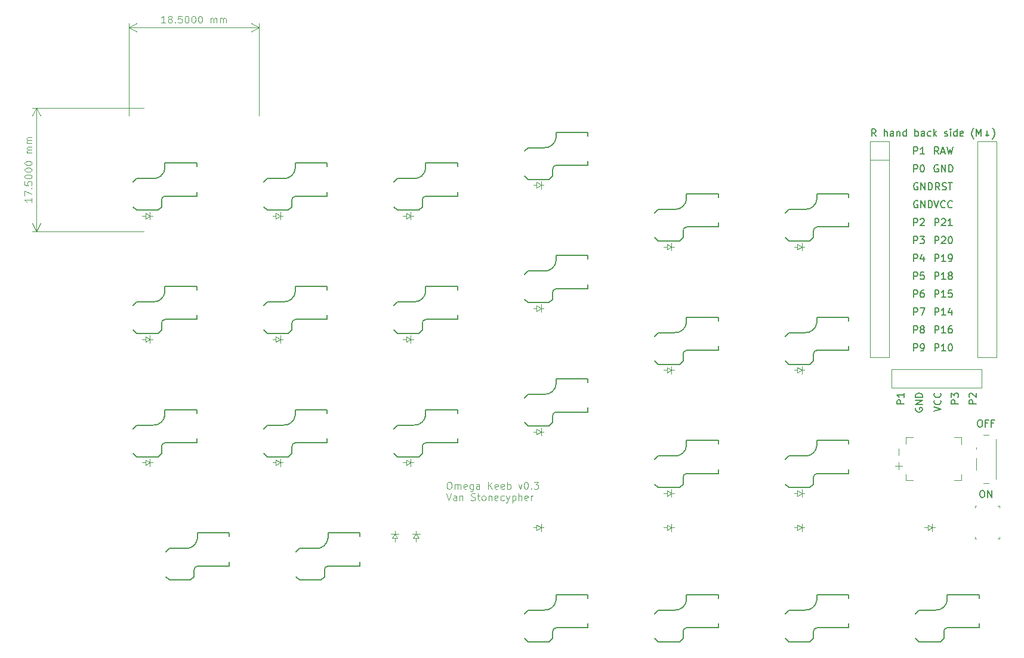
<source format=gbr>
%TF.GenerationSoftware,KiCad,Pcbnew,8.0.7*%
%TF.CreationDate,2025-01-06T08:36:51-06:00*%
%TF.ProjectId,omega_pcb_mbx_v0.3,6f6d6567-615f-4706-9362-5f6d62785f76,v1.0.0*%
%TF.SameCoordinates,Original*%
%TF.FileFunction,Legend,Top*%
%TF.FilePolarity,Positive*%
%FSLAX46Y46*%
G04 Gerber Fmt 4.6, Leading zero omitted, Abs format (unit mm)*
G04 Created by KiCad (PCBNEW 8.0.7) date 2025-01-06 08:36:51*
%MOMM*%
%LPD*%
G01*
G04 APERTURE LIST*
%ADD10C,0.100000*%
%ADD11C,0.150000*%
%ADD12C,0.120000*%
G04 APERTURE END LIST*
D10*
X23607419Y-51472618D02*
X23607419Y-52044046D01*
X23607419Y-51758332D02*
X22607419Y-51758332D01*
X22607419Y-51758332D02*
X22750276Y-51853570D01*
X22750276Y-51853570D02*
X22845514Y-51948808D01*
X22845514Y-51948808D02*
X22893133Y-52044046D01*
X22607419Y-51139284D02*
X22607419Y-50472618D01*
X22607419Y-50472618D02*
X23607419Y-50901189D01*
X23512180Y-50091665D02*
X23559800Y-50044046D01*
X23559800Y-50044046D02*
X23607419Y-50091665D01*
X23607419Y-50091665D02*
X23559800Y-50139284D01*
X23559800Y-50139284D02*
X23512180Y-50091665D01*
X23512180Y-50091665D02*
X23607419Y-50091665D01*
X22607419Y-49139285D02*
X22607419Y-49615475D01*
X22607419Y-49615475D02*
X23083609Y-49663094D01*
X23083609Y-49663094D02*
X23035990Y-49615475D01*
X23035990Y-49615475D02*
X22988371Y-49520237D01*
X22988371Y-49520237D02*
X22988371Y-49282142D01*
X22988371Y-49282142D02*
X23035990Y-49186904D01*
X23035990Y-49186904D02*
X23083609Y-49139285D01*
X23083609Y-49139285D02*
X23178847Y-49091666D01*
X23178847Y-49091666D02*
X23416942Y-49091666D01*
X23416942Y-49091666D02*
X23512180Y-49139285D01*
X23512180Y-49139285D02*
X23559800Y-49186904D01*
X23559800Y-49186904D02*
X23607419Y-49282142D01*
X23607419Y-49282142D02*
X23607419Y-49520237D01*
X23607419Y-49520237D02*
X23559800Y-49615475D01*
X23559800Y-49615475D02*
X23512180Y-49663094D01*
X22607419Y-48472618D02*
X22607419Y-48377380D01*
X22607419Y-48377380D02*
X22655038Y-48282142D01*
X22655038Y-48282142D02*
X22702657Y-48234523D01*
X22702657Y-48234523D02*
X22797895Y-48186904D01*
X22797895Y-48186904D02*
X22988371Y-48139285D01*
X22988371Y-48139285D02*
X23226466Y-48139285D01*
X23226466Y-48139285D02*
X23416942Y-48186904D01*
X23416942Y-48186904D02*
X23512180Y-48234523D01*
X23512180Y-48234523D02*
X23559800Y-48282142D01*
X23559800Y-48282142D02*
X23607419Y-48377380D01*
X23607419Y-48377380D02*
X23607419Y-48472618D01*
X23607419Y-48472618D02*
X23559800Y-48567856D01*
X23559800Y-48567856D02*
X23512180Y-48615475D01*
X23512180Y-48615475D02*
X23416942Y-48663094D01*
X23416942Y-48663094D02*
X23226466Y-48710713D01*
X23226466Y-48710713D02*
X22988371Y-48710713D01*
X22988371Y-48710713D02*
X22797895Y-48663094D01*
X22797895Y-48663094D02*
X22702657Y-48615475D01*
X22702657Y-48615475D02*
X22655038Y-48567856D01*
X22655038Y-48567856D02*
X22607419Y-48472618D01*
X22607419Y-47520237D02*
X22607419Y-47424999D01*
X22607419Y-47424999D02*
X22655038Y-47329761D01*
X22655038Y-47329761D02*
X22702657Y-47282142D01*
X22702657Y-47282142D02*
X22797895Y-47234523D01*
X22797895Y-47234523D02*
X22988371Y-47186904D01*
X22988371Y-47186904D02*
X23226466Y-47186904D01*
X23226466Y-47186904D02*
X23416942Y-47234523D01*
X23416942Y-47234523D02*
X23512180Y-47282142D01*
X23512180Y-47282142D02*
X23559800Y-47329761D01*
X23559800Y-47329761D02*
X23607419Y-47424999D01*
X23607419Y-47424999D02*
X23607419Y-47520237D01*
X23607419Y-47520237D02*
X23559800Y-47615475D01*
X23559800Y-47615475D02*
X23512180Y-47663094D01*
X23512180Y-47663094D02*
X23416942Y-47710713D01*
X23416942Y-47710713D02*
X23226466Y-47758332D01*
X23226466Y-47758332D02*
X22988371Y-47758332D01*
X22988371Y-47758332D02*
X22797895Y-47710713D01*
X22797895Y-47710713D02*
X22702657Y-47663094D01*
X22702657Y-47663094D02*
X22655038Y-47615475D01*
X22655038Y-47615475D02*
X22607419Y-47520237D01*
X22607419Y-46567856D02*
X22607419Y-46472618D01*
X22607419Y-46472618D02*
X22655038Y-46377380D01*
X22655038Y-46377380D02*
X22702657Y-46329761D01*
X22702657Y-46329761D02*
X22797895Y-46282142D01*
X22797895Y-46282142D02*
X22988371Y-46234523D01*
X22988371Y-46234523D02*
X23226466Y-46234523D01*
X23226466Y-46234523D02*
X23416942Y-46282142D01*
X23416942Y-46282142D02*
X23512180Y-46329761D01*
X23512180Y-46329761D02*
X23559800Y-46377380D01*
X23559800Y-46377380D02*
X23607419Y-46472618D01*
X23607419Y-46472618D02*
X23607419Y-46567856D01*
X23607419Y-46567856D02*
X23559800Y-46663094D01*
X23559800Y-46663094D02*
X23512180Y-46710713D01*
X23512180Y-46710713D02*
X23416942Y-46758332D01*
X23416942Y-46758332D02*
X23226466Y-46805951D01*
X23226466Y-46805951D02*
X22988371Y-46805951D01*
X22988371Y-46805951D02*
X22797895Y-46758332D01*
X22797895Y-46758332D02*
X22702657Y-46710713D01*
X22702657Y-46710713D02*
X22655038Y-46663094D01*
X22655038Y-46663094D02*
X22607419Y-46567856D01*
X23607419Y-45044046D02*
X22940752Y-45044046D01*
X23035990Y-45044046D02*
X22988371Y-44996427D01*
X22988371Y-44996427D02*
X22940752Y-44901189D01*
X22940752Y-44901189D02*
X22940752Y-44758332D01*
X22940752Y-44758332D02*
X22988371Y-44663094D01*
X22988371Y-44663094D02*
X23083609Y-44615475D01*
X23083609Y-44615475D02*
X23607419Y-44615475D01*
X23083609Y-44615475D02*
X22988371Y-44567856D01*
X22988371Y-44567856D02*
X22940752Y-44472618D01*
X22940752Y-44472618D02*
X22940752Y-44329761D01*
X22940752Y-44329761D02*
X22988371Y-44234522D01*
X22988371Y-44234522D02*
X23083609Y-44186903D01*
X23083609Y-44186903D02*
X23607419Y-44186903D01*
X23607419Y-43710713D02*
X22940752Y-43710713D01*
X23035990Y-43710713D02*
X22988371Y-43663094D01*
X22988371Y-43663094D02*
X22940752Y-43567856D01*
X22940752Y-43567856D02*
X22940752Y-43424999D01*
X22940752Y-43424999D02*
X22988371Y-43329761D01*
X22988371Y-43329761D02*
X23083609Y-43282142D01*
X23083609Y-43282142D02*
X23607419Y-43282142D01*
X23083609Y-43282142D02*
X22988371Y-43234523D01*
X22988371Y-43234523D02*
X22940752Y-43139285D01*
X22940752Y-43139285D02*
X22940752Y-42996428D01*
X22940752Y-42996428D02*
X22988371Y-42901189D01*
X22988371Y-42901189D02*
X23083609Y-42853570D01*
X23083609Y-42853570D02*
X23607419Y-42853570D01*
X39500000Y-38675000D02*
X23663580Y-38675000D01*
X39500000Y-56175000D02*
X23663580Y-56175000D01*
X24250000Y-38675000D02*
X24250000Y-56175000D01*
X24250000Y-38675000D02*
X24250000Y-56175000D01*
X24250000Y-38675000D02*
X24836421Y-39801504D01*
X24250000Y-38675000D02*
X23663579Y-39801504D01*
X24250000Y-56175000D02*
X23663579Y-55048496D01*
X24250000Y-56175000D02*
X24836421Y-55048496D01*
X42552381Y-26607419D02*
X41980953Y-26607419D01*
X42266667Y-26607419D02*
X42266667Y-25607419D01*
X42266667Y-25607419D02*
X42171429Y-25750276D01*
X42171429Y-25750276D02*
X42076191Y-25845514D01*
X42076191Y-25845514D02*
X41980953Y-25893133D01*
X43123810Y-26035990D02*
X43028572Y-25988371D01*
X43028572Y-25988371D02*
X42980953Y-25940752D01*
X42980953Y-25940752D02*
X42933334Y-25845514D01*
X42933334Y-25845514D02*
X42933334Y-25797895D01*
X42933334Y-25797895D02*
X42980953Y-25702657D01*
X42980953Y-25702657D02*
X43028572Y-25655038D01*
X43028572Y-25655038D02*
X43123810Y-25607419D01*
X43123810Y-25607419D02*
X43314286Y-25607419D01*
X43314286Y-25607419D02*
X43409524Y-25655038D01*
X43409524Y-25655038D02*
X43457143Y-25702657D01*
X43457143Y-25702657D02*
X43504762Y-25797895D01*
X43504762Y-25797895D02*
X43504762Y-25845514D01*
X43504762Y-25845514D02*
X43457143Y-25940752D01*
X43457143Y-25940752D02*
X43409524Y-25988371D01*
X43409524Y-25988371D02*
X43314286Y-26035990D01*
X43314286Y-26035990D02*
X43123810Y-26035990D01*
X43123810Y-26035990D02*
X43028572Y-26083609D01*
X43028572Y-26083609D02*
X42980953Y-26131228D01*
X42980953Y-26131228D02*
X42933334Y-26226466D01*
X42933334Y-26226466D02*
X42933334Y-26416942D01*
X42933334Y-26416942D02*
X42980953Y-26512180D01*
X42980953Y-26512180D02*
X43028572Y-26559800D01*
X43028572Y-26559800D02*
X43123810Y-26607419D01*
X43123810Y-26607419D02*
X43314286Y-26607419D01*
X43314286Y-26607419D02*
X43409524Y-26559800D01*
X43409524Y-26559800D02*
X43457143Y-26512180D01*
X43457143Y-26512180D02*
X43504762Y-26416942D01*
X43504762Y-26416942D02*
X43504762Y-26226466D01*
X43504762Y-26226466D02*
X43457143Y-26131228D01*
X43457143Y-26131228D02*
X43409524Y-26083609D01*
X43409524Y-26083609D02*
X43314286Y-26035990D01*
X43933334Y-26512180D02*
X43980953Y-26559800D01*
X43980953Y-26559800D02*
X43933334Y-26607419D01*
X43933334Y-26607419D02*
X43885715Y-26559800D01*
X43885715Y-26559800D02*
X43933334Y-26512180D01*
X43933334Y-26512180D02*
X43933334Y-26607419D01*
X44885714Y-25607419D02*
X44409524Y-25607419D01*
X44409524Y-25607419D02*
X44361905Y-26083609D01*
X44361905Y-26083609D02*
X44409524Y-26035990D01*
X44409524Y-26035990D02*
X44504762Y-25988371D01*
X44504762Y-25988371D02*
X44742857Y-25988371D01*
X44742857Y-25988371D02*
X44838095Y-26035990D01*
X44838095Y-26035990D02*
X44885714Y-26083609D01*
X44885714Y-26083609D02*
X44933333Y-26178847D01*
X44933333Y-26178847D02*
X44933333Y-26416942D01*
X44933333Y-26416942D02*
X44885714Y-26512180D01*
X44885714Y-26512180D02*
X44838095Y-26559800D01*
X44838095Y-26559800D02*
X44742857Y-26607419D01*
X44742857Y-26607419D02*
X44504762Y-26607419D01*
X44504762Y-26607419D02*
X44409524Y-26559800D01*
X44409524Y-26559800D02*
X44361905Y-26512180D01*
X45552381Y-25607419D02*
X45647619Y-25607419D01*
X45647619Y-25607419D02*
X45742857Y-25655038D01*
X45742857Y-25655038D02*
X45790476Y-25702657D01*
X45790476Y-25702657D02*
X45838095Y-25797895D01*
X45838095Y-25797895D02*
X45885714Y-25988371D01*
X45885714Y-25988371D02*
X45885714Y-26226466D01*
X45885714Y-26226466D02*
X45838095Y-26416942D01*
X45838095Y-26416942D02*
X45790476Y-26512180D01*
X45790476Y-26512180D02*
X45742857Y-26559800D01*
X45742857Y-26559800D02*
X45647619Y-26607419D01*
X45647619Y-26607419D02*
X45552381Y-26607419D01*
X45552381Y-26607419D02*
X45457143Y-26559800D01*
X45457143Y-26559800D02*
X45409524Y-26512180D01*
X45409524Y-26512180D02*
X45361905Y-26416942D01*
X45361905Y-26416942D02*
X45314286Y-26226466D01*
X45314286Y-26226466D02*
X45314286Y-25988371D01*
X45314286Y-25988371D02*
X45361905Y-25797895D01*
X45361905Y-25797895D02*
X45409524Y-25702657D01*
X45409524Y-25702657D02*
X45457143Y-25655038D01*
X45457143Y-25655038D02*
X45552381Y-25607419D01*
X46504762Y-25607419D02*
X46600000Y-25607419D01*
X46600000Y-25607419D02*
X46695238Y-25655038D01*
X46695238Y-25655038D02*
X46742857Y-25702657D01*
X46742857Y-25702657D02*
X46790476Y-25797895D01*
X46790476Y-25797895D02*
X46838095Y-25988371D01*
X46838095Y-25988371D02*
X46838095Y-26226466D01*
X46838095Y-26226466D02*
X46790476Y-26416942D01*
X46790476Y-26416942D02*
X46742857Y-26512180D01*
X46742857Y-26512180D02*
X46695238Y-26559800D01*
X46695238Y-26559800D02*
X46600000Y-26607419D01*
X46600000Y-26607419D02*
X46504762Y-26607419D01*
X46504762Y-26607419D02*
X46409524Y-26559800D01*
X46409524Y-26559800D02*
X46361905Y-26512180D01*
X46361905Y-26512180D02*
X46314286Y-26416942D01*
X46314286Y-26416942D02*
X46266667Y-26226466D01*
X46266667Y-26226466D02*
X46266667Y-25988371D01*
X46266667Y-25988371D02*
X46314286Y-25797895D01*
X46314286Y-25797895D02*
X46361905Y-25702657D01*
X46361905Y-25702657D02*
X46409524Y-25655038D01*
X46409524Y-25655038D02*
X46504762Y-25607419D01*
X47457143Y-25607419D02*
X47552381Y-25607419D01*
X47552381Y-25607419D02*
X47647619Y-25655038D01*
X47647619Y-25655038D02*
X47695238Y-25702657D01*
X47695238Y-25702657D02*
X47742857Y-25797895D01*
X47742857Y-25797895D02*
X47790476Y-25988371D01*
X47790476Y-25988371D02*
X47790476Y-26226466D01*
X47790476Y-26226466D02*
X47742857Y-26416942D01*
X47742857Y-26416942D02*
X47695238Y-26512180D01*
X47695238Y-26512180D02*
X47647619Y-26559800D01*
X47647619Y-26559800D02*
X47552381Y-26607419D01*
X47552381Y-26607419D02*
X47457143Y-26607419D01*
X47457143Y-26607419D02*
X47361905Y-26559800D01*
X47361905Y-26559800D02*
X47314286Y-26512180D01*
X47314286Y-26512180D02*
X47266667Y-26416942D01*
X47266667Y-26416942D02*
X47219048Y-26226466D01*
X47219048Y-26226466D02*
X47219048Y-25988371D01*
X47219048Y-25988371D02*
X47266667Y-25797895D01*
X47266667Y-25797895D02*
X47314286Y-25702657D01*
X47314286Y-25702657D02*
X47361905Y-25655038D01*
X47361905Y-25655038D02*
X47457143Y-25607419D01*
X48980953Y-26607419D02*
X48980953Y-25940752D01*
X48980953Y-26035990D02*
X49028572Y-25988371D01*
X49028572Y-25988371D02*
X49123810Y-25940752D01*
X49123810Y-25940752D02*
X49266667Y-25940752D01*
X49266667Y-25940752D02*
X49361905Y-25988371D01*
X49361905Y-25988371D02*
X49409524Y-26083609D01*
X49409524Y-26083609D02*
X49409524Y-26607419D01*
X49409524Y-26083609D02*
X49457143Y-25988371D01*
X49457143Y-25988371D02*
X49552381Y-25940752D01*
X49552381Y-25940752D02*
X49695238Y-25940752D01*
X49695238Y-25940752D02*
X49790477Y-25988371D01*
X49790477Y-25988371D02*
X49838096Y-26083609D01*
X49838096Y-26083609D02*
X49838096Y-26607419D01*
X50314286Y-26607419D02*
X50314286Y-25940752D01*
X50314286Y-26035990D02*
X50361905Y-25988371D01*
X50361905Y-25988371D02*
X50457143Y-25940752D01*
X50457143Y-25940752D02*
X50600000Y-25940752D01*
X50600000Y-25940752D02*
X50695238Y-25988371D01*
X50695238Y-25988371D02*
X50742857Y-26083609D01*
X50742857Y-26083609D02*
X50742857Y-26607419D01*
X50742857Y-26083609D02*
X50790476Y-25988371D01*
X50790476Y-25988371D02*
X50885714Y-25940752D01*
X50885714Y-25940752D02*
X51028571Y-25940752D01*
X51028571Y-25940752D02*
X51123810Y-25988371D01*
X51123810Y-25988371D02*
X51171429Y-26083609D01*
X51171429Y-26083609D02*
X51171429Y-26607419D01*
X37350000Y-39800000D02*
X37350000Y-26663580D01*
X55850000Y-39800000D02*
X55850000Y-26663580D01*
X37350000Y-27250000D02*
X55850000Y-27250000D01*
X37350000Y-27250000D02*
X55850000Y-27250000D01*
X37350000Y-27250000D02*
X38476504Y-26663579D01*
X37350000Y-27250000D02*
X38476504Y-27836421D01*
X55850000Y-27250000D02*
X54723496Y-27836421D01*
X55850000Y-27250000D02*
X54723496Y-26663579D01*
X82744360Y-91762475D02*
X82934836Y-91762475D01*
X82934836Y-91762475D02*
X83030074Y-91810094D01*
X83030074Y-91810094D02*
X83125312Y-91905332D01*
X83125312Y-91905332D02*
X83172931Y-92095808D01*
X83172931Y-92095808D02*
X83172931Y-92429141D01*
X83172931Y-92429141D02*
X83125312Y-92619617D01*
X83125312Y-92619617D02*
X83030074Y-92714856D01*
X83030074Y-92714856D02*
X82934836Y-92762475D01*
X82934836Y-92762475D02*
X82744360Y-92762475D01*
X82744360Y-92762475D02*
X82649122Y-92714856D01*
X82649122Y-92714856D02*
X82553884Y-92619617D01*
X82553884Y-92619617D02*
X82506265Y-92429141D01*
X82506265Y-92429141D02*
X82506265Y-92095808D01*
X82506265Y-92095808D02*
X82553884Y-91905332D01*
X82553884Y-91905332D02*
X82649122Y-91810094D01*
X82649122Y-91810094D02*
X82744360Y-91762475D01*
X83601503Y-92762475D02*
X83601503Y-92095808D01*
X83601503Y-92191046D02*
X83649122Y-92143427D01*
X83649122Y-92143427D02*
X83744360Y-92095808D01*
X83744360Y-92095808D02*
X83887217Y-92095808D01*
X83887217Y-92095808D02*
X83982455Y-92143427D01*
X83982455Y-92143427D02*
X84030074Y-92238665D01*
X84030074Y-92238665D02*
X84030074Y-92762475D01*
X84030074Y-92238665D02*
X84077693Y-92143427D01*
X84077693Y-92143427D02*
X84172931Y-92095808D01*
X84172931Y-92095808D02*
X84315788Y-92095808D01*
X84315788Y-92095808D02*
X84411027Y-92143427D01*
X84411027Y-92143427D02*
X84458646Y-92238665D01*
X84458646Y-92238665D02*
X84458646Y-92762475D01*
X85315788Y-92714856D02*
X85220550Y-92762475D01*
X85220550Y-92762475D02*
X85030074Y-92762475D01*
X85030074Y-92762475D02*
X84934836Y-92714856D01*
X84934836Y-92714856D02*
X84887217Y-92619617D01*
X84887217Y-92619617D02*
X84887217Y-92238665D01*
X84887217Y-92238665D02*
X84934836Y-92143427D01*
X84934836Y-92143427D02*
X85030074Y-92095808D01*
X85030074Y-92095808D02*
X85220550Y-92095808D01*
X85220550Y-92095808D02*
X85315788Y-92143427D01*
X85315788Y-92143427D02*
X85363407Y-92238665D01*
X85363407Y-92238665D02*
X85363407Y-92333903D01*
X85363407Y-92333903D02*
X84887217Y-92429141D01*
X86220550Y-92095808D02*
X86220550Y-92905332D01*
X86220550Y-92905332D02*
X86172931Y-93000570D01*
X86172931Y-93000570D02*
X86125312Y-93048189D01*
X86125312Y-93048189D02*
X86030074Y-93095808D01*
X86030074Y-93095808D02*
X85887217Y-93095808D01*
X85887217Y-93095808D02*
X85791979Y-93048189D01*
X86220550Y-92714856D02*
X86125312Y-92762475D01*
X86125312Y-92762475D02*
X85934836Y-92762475D01*
X85934836Y-92762475D02*
X85839598Y-92714856D01*
X85839598Y-92714856D02*
X85791979Y-92667236D01*
X85791979Y-92667236D02*
X85744360Y-92571998D01*
X85744360Y-92571998D02*
X85744360Y-92286284D01*
X85744360Y-92286284D02*
X85791979Y-92191046D01*
X85791979Y-92191046D02*
X85839598Y-92143427D01*
X85839598Y-92143427D02*
X85934836Y-92095808D01*
X85934836Y-92095808D02*
X86125312Y-92095808D01*
X86125312Y-92095808D02*
X86220550Y-92143427D01*
X87125312Y-92762475D02*
X87125312Y-92238665D01*
X87125312Y-92238665D02*
X87077693Y-92143427D01*
X87077693Y-92143427D02*
X86982455Y-92095808D01*
X86982455Y-92095808D02*
X86791979Y-92095808D01*
X86791979Y-92095808D02*
X86696741Y-92143427D01*
X87125312Y-92714856D02*
X87030074Y-92762475D01*
X87030074Y-92762475D02*
X86791979Y-92762475D01*
X86791979Y-92762475D02*
X86696741Y-92714856D01*
X86696741Y-92714856D02*
X86649122Y-92619617D01*
X86649122Y-92619617D02*
X86649122Y-92524379D01*
X86649122Y-92524379D02*
X86696741Y-92429141D01*
X86696741Y-92429141D02*
X86791979Y-92381522D01*
X86791979Y-92381522D02*
X87030074Y-92381522D01*
X87030074Y-92381522D02*
X87125312Y-92333903D01*
X88363408Y-92762475D02*
X88363408Y-91762475D01*
X88934836Y-92762475D02*
X88506265Y-92191046D01*
X88934836Y-91762475D02*
X88363408Y-92333903D01*
X89744360Y-92714856D02*
X89649122Y-92762475D01*
X89649122Y-92762475D02*
X89458646Y-92762475D01*
X89458646Y-92762475D02*
X89363408Y-92714856D01*
X89363408Y-92714856D02*
X89315789Y-92619617D01*
X89315789Y-92619617D02*
X89315789Y-92238665D01*
X89315789Y-92238665D02*
X89363408Y-92143427D01*
X89363408Y-92143427D02*
X89458646Y-92095808D01*
X89458646Y-92095808D02*
X89649122Y-92095808D01*
X89649122Y-92095808D02*
X89744360Y-92143427D01*
X89744360Y-92143427D02*
X89791979Y-92238665D01*
X89791979Y-92238665D02*
X89791979Y-92333903D01*
X89791979Y-92333903D02*
X89315789Y-92429141D01*
X90601503Y-92714856D02*
X90506265Y-92762475D01*
X90506265Y-92762475D02*
X90315789Y-92762475D01*
X90315789Y-92762475D02*
X90220551Y-92714856D01*
X90220551Y-92714856D02*
X90172932Y-92619617D01*
X90172932Y-92619617D02*
X90172932Y-92238665D01*
X90172932Y-92238665D02*
X90220551Y-92143427D01*
X90220551Y-92143427D02*
X90315789Y-92095808D01*
X90315789Y-92095808D02*
X90506265Y-92095808D01*
X90506265Y-92095808D02*
X90601503Y-92143427D01*
X90601503Y-92143427D02*
X90649122Y-92238665D01*
X90649122Y-92238665D02*
X90649122Y-92333903D01*
X90649122Y-92333903D02*
X90172932Y-92429141D01*
X91077694Y-92762475D02*
X91077694Y-91762475D01*
X91077694Y-92143427D02*
X91172932Y-92095808D01*
X91172932Y-92095808D02*
X91363408Y-92095808D01*
X91363408Y-92095808D02*
X91458646Y-92143427D01*
X91458646Y-92143427D02*
X91506265Y-92191046D01*
X91506265Y-92191046D02*
X91553884Y-92286284D01*
X91553884Y-92286284D02*
X91553884Y-92571998D01*
X91553884Y-92571998D02*
X91506265Y-92667236D01*
X91506265Y-92667236D02*
X91458646Y-92714856D01*
X91458646Y-92714856D02*
X91363408Y-92762475D01*
X91363408Y-92762475D02*
X91172932Y-92762475D01*
X91172932Y-92762475D02*
X91077694Y-92714856D01*
X92649123Y-92095808D02*
X92887218Y-92762475D01*
X92887218Y-92762475D02*
X93125313Y-92095808D01*
X93696742Y-91762475D02*
X93791980Y-91762475D01*
X93791980Y-91762475D02*
X93887218Y-91810094D01*
X93887218Y-91810094D02*
X93934837Y-91857713D01*
X93934837Y-91857713D02*
X93982456Y-91952951D01*
X93982456Y-91952951D02*
X94030075Y-92143427D01*
X94030075Y-92143427D02*
X94030075Y-92381522D01*
X94030075Y-92381522D02*
X93982456Y-92571998D01*
X93982456Y-92571998D02*
X93934837Y-92667236D01*
X93934837Y-92667236D02*
X93887218Y-92714856D01*
X93887218Y-92714856D02*
X93791980Y-92762475D01*
X93791980Y-92762475D02*
X93696742Y-92762475D01*
X93696742Y-92762475D02*
X93601504Y-92714856D01*
X93601504Y-92714856D02*
X93553885Y-92667236D01*
X93553885Y-92667236D02*
X93506266Y-92571998D01*
X93506266Y-92571998D02*
X93458647Y-92381522D01*
X93458647Y-92381522D02*
X93458647Y-92143427D01*
X93458647Y-92143427D02*
X93506266Y-91952951D01*
X93506266Y-91952951D02*
X93553885Y-91857713D01*
X93553885Y-91857713D02*
X93601504Y-91810094D01*
X93601504Y-91810094D02*
X93696742Y-91762475D01*
X94458647Y-92667236D02*
X94506266Y-92714856D01*
X94506266Y-92714856D02*
X94458647Y-92762475D01*
X94458647Y-92762475D02*
X94411028Y-92714856D01*
X94411028Y-92714856D02*
X94458647Y-92667236D01*
X94458647Y-92667236D02*
X94458647Y-92762475D01*
X94839599Y-91762475D02*
X95458646Y-91762475D01*
X95458646Y-91762475D02*
X95125313Y-92143427D01*
X95125313Y-92143427D02*
X95268170Y-92143427D01*
X95268170Y-92143427D02*
X95363408Y-92191046D01*
X95363408Y-92191046D02*
X95411027Y-92238665D01*
X95411027Y-92238665D02*
X95458646Y-92333903D01*
X95458646Y-92333903D02*
X95458646Y-92571998D01*
X95458646Y-92571998D02*
X95411027Y-92667236D01*
X95411027Y-92667236D02*
X95363408Y-92714856D01*
X95363408Y-92714856D02*
X95268170Y-92762475D01*
X95268170Y-92762475D02*
X94982456Y-92762475D01*
X94982456Y-92762475D02*
X94887218Y-92714856D01*
X94887218Y-92714856D02*
X94839599Y-92667236D01*
X82411027Y-93372419D02*
X82744360Y-94372419D01*
X82744360Y-94372419D02*
X83077693Y-93372419D01*
X83839598Y-94372419D02*
X83839598Y-93848609D01*
X83839598Y-93848609D02*
X83791979Y-93753371D01*
X83791979Y-93753371D02*
X83696741Y-93705752D01*
X83696741Y-93705752D02*
X83506265Y-93705752D01*
X83506265Y-93705752D02*
X83411027Y-93753371D01*
X83839598Y-94324800D02*
X83744360Y-94372419D01*
X83744360Y-94372419D02*
X83506265Y-94372419D01*
X83506265Y-94372419D02*
X83411027Y-94324800D01*
X83411027Y-94324800D02*
X83363408Y-94229561D01*
X83363408Y-94229561D02*
X83363408Y-94134323D01*
X83363408Y-94134323D02*
X83411027Y-94039085D01*
X83411027Y-94039085D02*
X83506265Y-93991466D01*
X83506265Y-93991466D02*
X83744360Y-93991466D01*
X83744360Y-93991466D02*
X83839598Y-93943847D01*
X84315789Y-93705752D02*
X84315789Y-94372419D01*
X84315789Y-93800990D02*
X84363408Y-93753371D01*
X84363408Y-93753371D02*
X84458646Y-93705752D01*
X84458646Y-93705752D02*
X84601503Y-93705752D01*
X84601503Y-93705752D02*
X84696741Y-93753371D01*
X84696741Y-93753371D02*
X84744360Y-93848609D01*
X84744360Y-93848609D02*
X84744360Y-94372419D01*
X85934837Y-94324800D02*
X86077694Y-94372419D01*
X86077694Y-94372419D02*
X86315789Y-94372419D01*
X86315789Y-94372419D02*
X86411027Y-94324800D01*
X86411027Y-94324800D02*
X86458646Y-94277180D01*
X86458646Y-94277180D02*
X86506265Y-94181942D01*
X86506265Y-94181942D02*
X86506265Y-94086704D01*
X86506265Y-94086704D02*
X86458646Y-93991466D01*
X86458646Y-93991466D02*
X86411027Y-93943847D01*
X86411027Y-93943847D02*
X86315789Y-93896228D01*
X86315789Y-93896228D02*
X86125313Y-93848609D01*
X86125313Y-93848609D02*
X86030075Y-93800990D01*
X86030075Y-93800990D02*
X85982456Y-93753371D01*
X85982456Y-93753371D02*
X85934837Y-93658133D01*
X85934837Y-93658133D02*
X85934837Y-93562895D01*
X85934837Y-93562895D02*
X85982456Y-93467657D01*
X85982456Y-93467657D02*
X86030075Y-93420038D01*
X86030075Y-93420038D02*
X86125313Y-93372419D01*
X86125313Y-93372419D02*
X86363408Y-93372419D01*
X86363408Y-93372419D02*
X86506265Y-93420038D01*
X86791980Y-93705752D02*
X87172932Y-93705752D01*
X86934837Y-93372419D02*
X86934837Y-94229561D01*
X86934837Y-94229561D02*
X86982456Y-94324800D01*
X86982456Y-94324800D02*
X87077694Y-94372419D01*
X87077694Y-94372419D02*
X87172932Y-94372419D01*
X87649123Y-94372419D02*
X87553885Y-94324800D01*
X87553885Y-94324800D02*
X87506266Y-94277180D01*
X87506266Y-94277180D02*
X87458647Y-94181942D01*
X87458647Y-94181942D02*
X87458647Y-93896228D01*
X87458647Y-93896228D02*
X87506266Y-93800990D01*
X87506266Y-93800990D02*
X87553885Y-93753371D01*
X87553885Y-93753371D02*
X87649123Y-93705752D01*
X87649123Y-93705752D02*
X87791980Y-93705752D01*
X87791980Y-93705752D02*
X87887218Y-93753371D01*
X87887218Y-93753371D02*
X87934837Y-93800990D01*
X87934837Y-93800990D02*
X87982456Y-93896228D01*
X87982456Y-93896228D02*
X87982456Y-94181942D01*
X87982456Y-94181942D02*
X87934837Y-94277180D01*
X87934837Y-94277180D02*
X87887218Y-94324800D01*
X87887218Y-94324800D02*
X87791980Y-94372419D01*
X87791980Y-94372419D02*
X87649123Y-94372419D01*
X88411028Y-93705752D02*
X88411028Y-94372419D01*
X88411028Y-93800990D02*
X88458647Y-93753371D01*
X88458647Y-93753371D02*
X88553885Y-93705752D01*
X88553885Y-93705752D02*
X88696742Y-93705752D01*
X88696742Y-93705752D02*
X88791980Y-93753371D01*
X88791980Y-93753371D02*
X88839599Y-93848609D01*
X88839599Y-93848609D02*
X88839599Y-94372419D01*
X89696742Y-94324800D02*
X89601504Y-94372419D01*
X89601504Y-94372419D02*
X89411028Y-94372419D01*
X89411028Y-94372419D02*
X89315790Y-94324800D01*
X89315790Y-94324800D02*
X89268171Y-94229561D01*
X89268171Y-94229561D02*
X89268171Y-93848609D01*
X89268171Y-93848609D02*
X89315790Y-93753371D01*
X89315790Y-93753371D02*
X89411028Y-93705752D01*
X89411028Y-93705752D02*
X89601504Y-93705752D01*
X89601504Y-93705752D02*
X89696742Y-93753371D01*
X89696742Y-93753371D02*
X89744361Y-93848609D01*
X89744361Y-93848609D02*
X89744361Y-93943847D01*
X89744361Y-93943847D02*
X89268171Y-94039085D01*
X90601504Y-94324800D02*
X90506266Y-94372419D01*
X90506266Y-94372419D02*
X90315790Y-94372419D01*
X90315790Y-94372419D02*
X90220552Y-94324800D01*
X90220552Y-94324800D02*
X90172933Y-94277180D01*
X90172933Y-94277180D02*
X90125314Y-94181942D01*
X90125314Y-94181942D02*
X90125314Y-93896228D01*
X90125314Y-93896228D02*
X90172933Y-93800990D01*
X90172933Y-93800990D02*
X90220552Y-93753371D01*
X90220552Y-93753371D02*
X90315790Y-93705752D01*
X90315790Y-93705752D02*
X90506266Y-93705752D01*
X90506266Y-93705752D02*
X90601504Y-93753371D01*
X90934838Y-93705752D02*
X91172933Y-94372419D01*
X91411028Y-93705752D02*
X91172933Y-94372419D01*
X91172933Y-94372419D02*
X91077695Y-94610514D01*
X91077695Y-94610514D02*
X91030076Y-94658133D01*
X91030076Y-94658133D02*
X90934838Y-94705752D01*
X91791981Y-93705752D02*
X91791981Y-94705752D01*
X91791981Y-93753371D02*
X91887219Y-93705752D01*
X91887219Y-93705752D02*
X92077695Y-93705752D01*
X92077695Y-93705752D02*
X92172933Y-93753371D01*
X92172933Y-93753371D02*
X92220552Y-93800990D01*
X92220552Y-93800990D02*
X92268171Y-93896228D01*
X92268171Y-93896228D02*
X92268171Y-94181942D01*
X92268171Y-94181942D02*
X92220552Y-94277180D01*
X92220552Y-94277180D02*
X92172933Y-94324800D01*
X92172933Y-94324800D02*
X92077695Y-94372419D01*
X92077695Y-94372419D02*
X91887219Y-94372419D01*
X91887219Y-94372419D02*
X91791981Y-94324800D01*
X92696743Y-94372419D02*
X92696743Y-93372419D01*
X93125314Y-94372419D02*
X93125314Y-93848609D01*
X93125314Y-93848609D02*
X93077695Y-93753371D01*
X93077695Y-93753371D02*
X92982457Y-93705752D01*
X92982457Y-93705752D02*
X92839600Y-93705752D01*
X92839600Y-93705752D02*
X92744362Y-93753371D01*
X92744362Y-93753371D02*
X92696743Y-93800990D01*
X93982457Y-94324800D02*
X93887219Y-94372419D01*
X93887219Y-94372419D02*
X93696743Y-94372419D01*
X93696743Y-94372419D02*
X93601505Y-94324800D01*
X93601505Y-94324800D02*
X93553886Y-94229561D01*
X93553886Y-94229561D02*
X93553886Y-93848609D01*
X93553886Y-93848609D02*
X93601505Y-93753371D01*
X93601505Y-93753371D02*
X93696743Y-93705752D01*
X93696743Y-93705752D02*
X93887219Y-93705752D01*
X93887219Y-93705752D02*
X93982457Y-93753371D01*
X93982457Y-93753371D02*
X94030076Y-93848609D01*
X94030076Y-93848609D02*
X94030076Y-93943847D01*
X94030076Y-93943847D02*
X93553886Y-94039085D01*
X94458648Y-94372419D02*
X94458648Y-93705752D01*
X94458648Y-93896228D02*
X94506267Y-93800990D01*
X94506267Y-93800990D02*
X94553886Y-93753371D01*
X94553886Y-93753371D02*
X94649124Y-93705752D01*
X94649124Y-93705752D02*
X94744362Y-93705752D01*
D11*
X151604819Y-81735588D02*
X152604819Y-81402255D01*
X152604819Y-81402255D02*
X151604819Y-81068922D01*
X152509580Y-80164160D02*
X152557200Y-80211779D01*
X152557200Y-80211779D02*
X152604819Y-80354636D01*
X152604819Y-80354636D02*
X152604819Y-80449874D01*
X152604819Y-80449874D02*
X152557200Y-80592731D01*
X152557200Y-80592731D02*
X152461961Y-80687969D01*
X152461961Y-80687969D02*
X152366723Y-80735588D01*
X152366723Y-80735588D02*
X152176247Y-80783207D01*
X152176247Y-80783207D02*
X152033390Y-80783207D01*
X152033390Y-80783207D02*
X151842914Y-80735588D01*
X151842914Y-80735588D02*
X151747676Y-80687969D01*
X151747676Y-80687969D02*
X151652438Y-80592731D01*
X151652438Y-80592731D02*
X151604819Y-80449874D01*
X151604819Y-80449874D02*
X151604819Y-80354636D01*
X151604819Y-80354636D02*
X151652438Y-80211779D01*
X151652438Y-80211779D02*
X151700057Y-80164160D01*
X152509580Y-79164160D02*
X152557200Y-79211779D01*
X152557200Y-79211779D02*
X152604819Y-79354636D01*
X152604819Y-79354636D02*
X152604819Y-79449874D01*
X152604819Y-79449874D02*
X152557200Y-79592731D01*
X152557200Y-79592731D02*
X152461961Y-79687969D01*
X152461961Y-79687969D02*
X152366723Y-79735588D01*
X152366723Y-79735588D02*
X152176247Y-79783207D01*
X152176247Y-79783207D02*
X152033390Y-79783207D01*
X152033390Y-79783207D02*
X151842914Y-79735588D01*
X151842914Y-79735588D02*
X151747676Y-79687969D01*
X151747676Y-79687969D02*
X151652438Y-79592731D01*
X151652438Y-79592731D02*
X151604819Y-79449874D01*
X151604819Y-79449874D02*
X151604819Y-79354636D01*
X151604819Y-79354636D02*
X151652438Y-79211779D01*
X151652438Y-79211779D02*
X151700057Y-79164160D01*
X147374819Y-80687969D02*
X146374819Y-80687969D01*
X146374819Y-80687969D02*
X146374819Y-80307017D01*
X146374819Y-80307017D02*
X146422438Y-80211779D01*
X146422438Y-80211779D02*
X146470057Y-80164160D01*
X146470057Y-80164160D02*
X146565295Y-80116541D01*
X146565295Y-80116541D02*
X146708152Y-80116541D01*
X146708152Y-80116541D02*
X146803390Y-80164160D01*
X146803390Y-80164160D02*
X146851009Y-80211779D01*
X146851009Y-80211779D02*
X146898628Y-80307017D01*
X146898628Y-80307017D02*
X146898628Y-80687969D01*
X147374819Y-79164160D02*
X147374819Y-79735588D01*
X147374819Y-79449874D02*
X146374819Y-79449874D01*
X146374819Y-79449874D02*
X146517676Y-79545112D01*
X146517676Y-79545112D02*
X146612914Y-79640350D01*
X146612914Y-79640350D02*
X146660533Y-79735588D01*
X149022438Y-81259398D02*
X148974819Y-81354636D01*
X148974819Y-81354636D02*
X148974819Y-81497493D01*
X148974819Y-81497493D02*
X149022438Y-81640350D01*
X149022438Y-81640350D02*
X149117676Y-81735588D01*
X149117676Y-81735588D02*
X149212914Y-81783207D01*
X149212914Y-81783207D02*
X149403390Y-81830826D01*
X149403390Y-81830826D02*
X149546247Y-81830826D01*
X149546247Y-81830826D02*
X149736723Y-81783207D01*
X149736723Y-81783207D02*
X149831961Y-81735588D01*
X149831961Y-81735588D02*
X149927200Y-81640350D01*
X149927200Y-81640350D02*
X149974819Y-81497493D01*
X149974819Y-81497493D02*
X149974819Y-81402255D01*
X149974819Y-81402255D02*
X149927200Y-81259398D01*
X149927200Y-81259398D02*
X149879580Y-81211779D01*
X149879580Y-81211779D02*
X149546247Y-81211779D01*
X149546247Y-81211779D02*
X149546247Y-81402255D01*
X149974819Y-80783207D02*
X148974819Y-80783207D01*
X148974819Y-80783207D02*
X149974819Y-80211779D01*
X149974819Y-80211779D02*
X148974819Y-80211779D01*
X149974819Y-79735588D02*
X148974819Y-79735588D01*
X148974819Y-79735588D02*
X148974819Y-79497493D01*
X148974819Y-79497493D02*
X149022438Y-79354636D01*
X149022438Y-79354636D02*
X149117676Y-79259398D01*
X149117676Y-79259398D02*
X149212914Y-79211779D01*
X149212914Y-79211779D02*
X149403390Y-79164160D01*
X149403390Y-79164160D02*
X149546247Y-79164160D01*
X149546247Y-79164160D02*
X149736723Y-79211779D01*
X149736723Y-79211779D02*
X149831961Y-79259398D01*
X149831961Y-79259398D02*
X149927200Y-79354636D01*
X149927200Y-79354636D02*
X149974819Y-79497493D01*
X149974819Y-79497493D02*
X149974819Y-79735588D01*
X157574819Y-80687969D02*
X156574819Y-80687969D01*
X156574819Y-80687969D02*
X156574819Y-80307017D01*
X156574819Y-80307017D02*
X156622438Y-80211779D01*
X156622438Y-80211779D02*
X156670057Y-80164160D01*
X156670057Y-80164160D02*
X156765295Y-80116541D01*
X156765295Y-80116541D02*
X156908152Y-80116541D01*
X156908152Y-80116541D02*
X157003390Y-80164160D01*
X157003390Y-80164160D02*
X157051009Y-80211779D01*
X157051009Y-80211779D02*
X157098628Y-80307017D01*
X157098628Y-80307017D02*
X157098628Y-80687969D01*
X156670057Y-79735588D02*
X156622438Y-79687969D01*
X156622438Y-79687969D02*
X156574819Y-79592731D01*
X156574819Y-79592731D02*
X156574819Y-79354636D01*
X156574819Y-79354636D02*
X156622438Y-79259398D01*
X156622438Y-79259398D02*
X156670057Y-79211779D01*
X156670057Y-79211779D02*
X156765295Y-79164160D01*
X156765295Y-79164160D02*
X156860533Y-79164160D01*
X156860533Y-79164160D02*
X157003390Y-79211779D01*
X157003390Y-79211779D02*
X157574819Y-79783207D01*
X157574819Y-79783207D02*
X157574819Y-79164160D01*
X155074819Y-80687969D02*
X154074819Y-80687969D01*
X154074819Y-80687969D02*
X154074819Y-80307017D01*
X154074819Y-80307017D02*
X154122438Y-80211779D01*
X154122438Y-80211779D02*
X154170057Y-80164160D01*
X154170057Y-80164160D02*
X154265295Y-80116541D01*
X154265295Y-80116541D02*
X154408152Y-80116541D01*
X154408152Y-80116541D02*
X154503390Y-80164160D01*
X154503390Y-80164160D02*
X154551009Y-80211779D01*
X154551009Y-80211779D02*
X154598628Y-80307017D01*
X154598628Y-80307017D02*
X154598628Y-80687969D01*
X154074819Y-79783207D02*
X154074819Y-79164160D01*
X154074819Y-79164160D02*
X154455771Y-79497493D01*
X154455771Y-79497493D02*
X154455771Y-79354636D01*
X154455771Y-79354636D02*
X154503390Y-79259398D01*
X154503390Y-79259398D02*
X154551009Y-79211779D01*
X154551009Y-79211779D02*
X154646247Y-79164160D01*
X154646247Y-79164160D02*
X154884342Y-79164160D01*
X154884342Y-79164160D02*
X154979580Y-79211779D01*
X154979580Y-79211779D02*
X155027200Y-79259398D01*
X155027200Y-79259398D02*
X155074819Y-79354636D01*
X155074819Y-79354636D02*
X155074819Y-79640350D01*
X155074819Y-79640350D02*
X155027200Y-79735588D01*
X155027200Y-79735588D02*
X154979580Y-79783207D01*
X148721905Y-60469819D02*
X148721905Y-59469819D01*
X148721905Y-59469819D02*
X149102857Y-59469819D01*
X149102857Y-59469819D02*
X149198095Y-59517438D01*
X149198095Y-59517438D02*
X149245714Y-59565057D01*
X149245714Y-59565057D02*
X149293333Y-59660295D01*
X149293333Y-59660295D02*
X149293333Y-59803152D01*
X149293333Y-59803152D02*
X149245714Y-59898390D01*
X149245714Y-59898390D02*
X149198095Y-59946009D01*
X149198095Y-59946009D02*
X149102857Y-59993628D01*
X149102857Y-59993628D02*
X148721905Y-59993628D01*
X150150476Y-59803152D02*
X150150476Y-60469819D01*
X149912381Y-59422200D02*
X149674286Y-60136485D01*
X149674286Y-60136485D02*
X150293333Y-60136485D01*
X152259523Y-45229819D02*
X151926190Y-44753628D01*
X151688095Y-45229819D02*
X151688095Y-44229819D01*
X151688095Y-44229819D02*
X152069047Y-44229819D01*
X152069047Y-44229819D02*
X152164285Y-44277438D01*
X152164285Y-44277438D02*
X152211904Y-44325057D01*
X152211904Y-44325057D02*
X152259523Y-44420295D01*
X152259523Y-44420295D02*
X152259523Y-44563152D01*
X152259523Y-44563152D02*
X152211904Y-44658390D01*
X152211904Y-44658390D02*
X152164285Y-44706009D01*
X152164285Y-44706009D02*
X152069047Y-44753628D01*
X152069047Y-44753628D02*
X151688095Y-44753628D01*
X152640476Y-44944104D02*
X153116666Y-44944104D01*
X152545238Y-45229819D02*
X152878571Y-44229819D01*
X152878571Y-44229819D02*
X153211904Y-45229819D01*
X153450000Y-44229819D02*
X153688095Y-45229819D01*
X153688095Y-45229819D02*
X153878571Y-44515533D01*
X153878571Y-44515533D02*
X154069047Y-45229819D01*
X154069047Y-45229819D02*
X154307143Y-44229819D01*
X152402380Y-50309819D02*
X152069047Y-49833628D01*
X151830952Y-50309819D02*
X151830952Y-49309819D01*
X151830952Y-49309819D02*
X152211904Y-49309819D01*
X152211904Y-49309819D02*
X152307142Y-49357438D01*
X152307142Y-49357438D02*
X152354761Y-49405057D01*
X152354761Y-49405057D02*
X152402380Y-49500295D01*
X152402380Y-49500295D02*
X152402380Y-49643152D01*
X152402380Y-49643152D02*
X152354761Y-49738390D01*
X152354761Y-49738390D02*
X152307142Y-49786009D01*
X152307142Y-49786009D02*
X152211904Y-49833628D01*
X152211904Y-49833628D02*
X151830952Y-49833628D01*
X152783333Y-50262200D02*
X152926190Y-50309819D01*
X152926190Y-50309819D02*
X153164285Y-50309819D01*
X153164285Y-50309819D02*
X153259523Y-50262200D01*
X153259523Y-50262200D02*
X153307142Y-50214580D01*
X153307142Y-50214580D02*
X153354761Y-50119342D01*
X153354761Y-50119342D02*
X153354761Y-50024104D01*
X153354761Y-50024104D02*
X153307142Y-49928866D01*
X153307142Y-49928866D02*
X153259523Y-49881247D01*
X153259523Y-49881247D02*
X153164285Y-49833628D01*
X153164285Y-49833628D02*
X152973809Y-49786009D01*
X152973809Y-49786009D02*
X152878571Y-49738390D01*
X152878571Y-49738390D02*
X152830952Y-49690771D01*
X152830952Y-49690771D02*
X152783333Y-49595533D01*
X152783333Y-49595533D02*
X152783333Y-49500295D01*
X152783333Y-49500295D02*
X152830952Y-49405057D01*
X152830952Y-49405057D02*
X152878571Y-49357438D01*
X152878571Y-49357438D02*
X152973809Y-49309819D01*
X152973809Y-49309819D02*
X153211904Y-49309819D01*
X153211904Y-49309819D02*
X153354761Y-49357438D01*
X153640476Y-49309819D02*
X154211904Y-49309819D01*
X153926190Y-50309819D02*
X153926190Y-49309819D01*
X148721905Y-68089819D02*
X148721905Y-67089819D01*
X148721905Y-67089819D02*
X149102857Y-67089819D01*
X149102857Y-67089819D02*
X149198095Y-67137438D01*
X149198095Y-67137438D02*
X149245714Y-67185057D01*
X149245714Y-67185057D02*
X149293333Y-67280295D01*
X149293333Y-67280295D02*
X149293333Y-67423152D01*
X149293333Y-67423152D02*
X149245714Y-67518390D01*
X149245714Y-67518390D02*
X149198095Y-67566009D01*
X149198095Y-67566009D02*
X149102857Y-67613628D01*
X149102857Y-67613628D02*
X148721905Y-67613628D01*
X149626667Y-67089819D02*
X150293333Y-67089819D01*
X150293333Y-67089819D02*
X149864762Y-68089819D01*
X151735714Y-73169819D02*
X151735714Y-72169819D01*
X151735714Y-72169819D02*
X152116666Y-72169819D01*
X152116666Y-72169819D02*
X152211904Y-72217438D01*
X152211904Y-72217438D02*
X152259523Y-72265057D01*
X152259523Y-72265057D02*
X152307142Y-72360295D01*
X152307142Y-72360295D02*
X152307142Y-72503152D01*
X152307142Y-72503152D02*
X152259523Y-72598390D01*
X152259523Y-72598390D02*
X152211904Y-72646009D01*
X152211904Y-72646009D02*
X152116666Y-72693628D01*
X152116666Y-72693628D02*
X151735714Y-72693628D01*
X153259523Y-73169819D02*
X152688095Y-73169819D01*
X152973809Y-73169819D02*
X152973809Y-72169819D01*
X152973809Y-72169819D02*
X152878571Y-72312676D01*
X152878571Y-72312676D02*
X152783333Y-72407914D01*
X152783333Y-72407914D02*
X152688095Y-72455533D01*
X153878571Y-72169819D02*
X153973809Y-72169819D01*
X153973809Y-72169819D02*
X154069047Y-72217438D01*
X154069047Y-72217438D02*
X154116666Y-72265057D01*
X154116666Y-72265057D02*
X154164285Y-72360295D01*
X154164285Y-72360295D02*
X154211904Y-72550771D01*
X154211904Y-72550771D02*
X154211904Y-72788866D01*
X154211904Y-72788866D02*
X154164285Y-72979342D01*
X154164285Y-72979342D02*
X154116666Y-73074580D01*
X154116666Y-73074580D02*
X154069047Y-73122200D01*
X154069047Y-73122200D02*
X153973809Y-73169819D01*
X153973809Y-73169819D02*
X153878571Y-73169819D01*
X153878571Y-73169819D02*
X153783333Y-73122200D01*
X153783333Y-73122200D02*
X153735714Y-73074580D01*
X153735714Y-73074580D02*
X153688095Y-72979342D01*
X153688095Y-72979342D02*
X153640476Y-72788866D01*
X153640476Y-72788866D02*
X153640476Y-72550771D01*
X153640476Y-72550771D02*
X153688095Y-72360295D01*
X153688095Y-72360295D02*
X153735714Y-72265057D01*
X153735714Y-72265057D02*
X153783333Y-72217438D01*
X153783333Y-72217438D02*
X153878571Y-72169819D01*
X148721905Y-47769819D02*
X148721905Y-46769819D01*
X148721905Y-46769819D02*
X149102857Y-46769819D01*
X149102857Y-46769819D02*
X149198095Y-46817438D01*
X149198095Y-46817438D02*
X149245714Y-46865057D01*
X149245714Y-46865057D02*
X149293333Y-46960295D01*
X149293333Y-46960295D02*
X149293333Y-47103152D01*
X149293333Y-47103152D02*
X149245714Y-47198390D01*
X149245714Y-47198390D02*
X149198095Y-47246009D01*
X149198095Y-47246009D02*
X149102857Y-47293628D01*
X149102857Y-47293628D02*
X148721905Y-47293628D01*
X149912381Y-46769819D02*
X150007619Y-46769819D01*
X150007619Y-46769819D02*
X150102857Y-46817438D01*
X150102857Y-46817438D02*
X150150476Y-46865057D01*
X150150476Y-46865057D02*
X150198095Y-46960295D01*
X150198095Y-46960295D02*
X150245714Y-47150771D01*
X150245714Y-47150771D02*
X150245714Y-47388866D01*
X150245714Y-47388866D02*
X150198095Y-47579342D01*
X150198095Y-47579342D02*
X150150476Y-47674580D01*
X150150476Y-47674580D02*
X150102857Y-47722200D01*
X150102857Y-47722200D02*
X150007619Y-47769819D01*
X150007619Y-47769819D02*
X149912381Y-47769819D01*
X149912381Y-47769819D02*
X149817143Y-47722200D01*
X149817143Y-47722200D02*
X149769524Y-47674580D01*
X149769524Y-47674580D02*
X149721905Y-47579342D01*
X149721905Y-47579342D02*
X149674286Y-47388866D01*
X149674286Y-47388866D02*
X149674286Y-47150771D01*
X149674286Y-47150771D02*
X149721905Y-46960295D01*
X149721905Y-46960295D02*
X149769524Y-46865057D01*
X149769524Y-46865057D02*
X149817143Y-46817438D01*
X149817143Y-46817438D02*
X149912381Y-46769819D01*
X149288095Y-51897438D02*
X149192857Y-51849819D01*
X149192857Y-51849819D02*
X149050000Y-51849819D01*
X149050000Y-51849819D02*
X148907143Y-51897438D01*
X148907143Y-51897438D02*
X148811905Y-51992676D01*
X148811905Y-51992676D02*
X148764286Y-52087914D01*
X148764286Y-52087914D02*
X148716667Y-52278390D01*
X148716667Y-52278390D02*
X148716667Y-52421247D01*
X148716667Y-52421247D02*
X148764286Y-52611723D01*
X148764286Y-52611723D02*
X148811905Y-52706961D01*
X148811905Y-52706961D02*
X148907143Y-52802200D01*
X148907143Y-52802200D02*
X149050000Y-52849819D01*
X149050000Y-52849819D02*
X149145238Y-52849819D01*
X149145238Y-52849819D02*
X149288095Y-52802200D01*
X149288095Y-52802200D02*
X149335714Y-52754580D01*
X149335714Y-52754580D02*
X149335714Y-52421247D01*
X149335714Y-52421247D02*
X149145238Y-52421247D01*
X149764286Y-52849819D02*
X149764286Y-51849819D01*
X149764286Y-51849819D02*
X150335714Y-52849819D01*
X150335714Y-52849819D02*
X150335714Y-51849819D01*
X150811905Y-52849819D02*
X150811905Y-51849819D01*
X150811905Y-51849819D02*
X151050000Y-51849819D01*
X151050000Y-51849819D02*
X151192857Y-51897438D01*
X151192857Y-51897438D02*
X151288095Y-51992676D01*
X151288095Y-51992676D02*
X151335714Y-52087914D01*
X151335714Y-52087914D02*
X151383333Y-52278390D01*
X151383333Y-52278390D02*
X151383333Y-52421247D01*
X151383333Y-52421247D02*
X151335714Y-52611723D01*
X151335714Y-52611723D02*
X151288095Y-52706961D01*
X151288095Y-52706961D02*
X151192857Y-52802200D01*
X151192857Y-52802200D02*
X151050000Y-52849819D01*
X151050000Y-52849819D02*
X150811905Y-52849819D01*
X151735714Y-55389819D02*
X151735714Y-54389819D01*
X151735714Y-54389819D02*
X152116666Y-54389819D01*
X152116666Y-54389819D02*
X152211904Y-54437438D01*
X152211904Y-54437438D02*
X152259523Y-54485057D01*
X152259523Y-54485057D02*
X152307142Y-54580295D01*
X152307142Y-54580295D02*
X152307142Y-54723152D01*
X152307142Y-54723152D02*
X152259523Y-54818390D01*
X152259523Y-54818390D02*
X152211904Y-54866009D01*
X152211904Y-54866009D02*
X152116666Y-54913628D01*
X152116666Y-54913628D02*
X151735714Y-54913628D01*
X152688095Y-54485057D02*
X152735714Y-54437438D01*
X152735714Y-54437438D02*
X152830952Y-54389819D01*
X152830952Y-54389819D02*
X153069047Y-54389819D01*
X153069047Y-54389819D02*
X153164285Y-54437438D01*
X153164285Y-54437438D02*
X153211904Y-54485057D01*
X153211904Y-54485057D02*
X153259523Y-54580295D01*
X153259523Y-54580295D02*
X153259523Y-54675533D01*
X153259523Y-54675533D02*
X153211904Y-54818390D01*
X153211904Y-54818390D02*
X152640476Y-55389819D01*
X152640476Y-55389819D02*
X153259523Y-55389819D01*
X154211904Y-55389819D02*
X153640476Y-55389819D01*
X153926190Y-55389819D02*
X153926190Y-54389819D01*
X153926190Y-54389819D02*
X153830952Y-54532676D01*
X153830952Y-54532676D02*
X153735714Y-54627914D01*
X153735714Y-54627914D02*
X153640476Y-54675533D01*
X152188095Y-46817438D02*
X152092857Y-46769819D01*
X152092857Y-46769819D02*
X151950000Y-46769819D01*
X151950000Y-46769819D02*
X151807143Y-46817438D01*
X151807143Y-46817438D02*
X151711905Y-46912676D01*
X151711905Y-46912676D02*
X151664286Y-47007914D01*
X151664286Y-47007914D02*
X151616667Y-47198390D01*
X151616667Y-47198390D02*
X151616667Y-47341247D01*
X151616667Y-47341247D02*
X151664286Y-47531723D01*
X151664286Y-47531723D02*
X151711905Y-47626961D01*
X151711905Y-47626961D02*
X151807143Y-47722200D01*
X151807143Y-47722200D02*
X151950000Y-47769819D01*
X151950000Y-47769819D02*
X152045238Y-47769819D01*
X152045238Y-47769819D02*
X152188095Y-47722200D01*
X152188095Y-47722200D02*
X152235714Y-47674580D01*
X152235714Y-47674580D02*
X152235714Y-47341247D01*
X152235714Y-47341247D02*
X152045238Y-47341247D01*
X152664286Y-47769819D02*
X152664286Y-46769819D01*
X152664286Y-46769819D02*
X153235714Y-47769819D01*
X153235714Y-47769819D02*
X153235714Y-46769819D01*
X153711905Y-47769819D02*
X153711905Y-46769819D01*
X153711905Y-46769819D02*
X153950000Y-46769819D01*
X153950000Y-46769819D02*
X154092857Y-46817438D01*
X154092857Y-46817438D02*
X154188095Y-46912676D01*
X154188095Y-46912676D02*
X154235714Y-47007914D01*
X154235714Y-47007914D02*
X154283333Y-47198390D01*
X154283333Y-47198390D02*
X154283333Y-47341247D01*
X154283333Y-47341247D02*
X154235714Y-47531723D01*
X154235714Y-47531723D02*
X154188095Y-47626961D01*
X154188095Y-47626961D02*
X154092857Y-47722200D01*
X154092857Y-47722200D02*
X153950000Y-47769819D01*
X153950000Y-47769819D02*
X153711905Y-47769819D01*
X148721905Y-65549819D02*
X148721905Y-64549819D01*
X148721905Y-64549819D02*
X149102857Y-64549819D01*
X149102857Y-64549819D02*
X149198095Y-64597438D01*
X149198095Y-64597438D02*
X149245714Y-64645057D01*
X149245714Y-64645057D02*
X149293333Y-64740295D01*
X149293333Y-64740295D02*
X149293333Y-64883152D01*
X149293333Y-64883152D02*
X149245714Y-64978390D01*
X149245714Y-64978390D02*
X149198095Y-65026009D01*
X149198095Y-65026009D02*
X149102857Y-65073628D01*
X149102857Y-65073628D02*
X148721905Y-65073628D01*
X150150476Y-64549819D02*
X149960000Y-64549819D01*
X149960000Y-64549819D02*
X149864762Y-64597438D01*
X149864762Y-64597438D02*
X149817143Y-64645057D01*
X149817143Y-64645057D02*
X149721905Y-64787914D01*
X149721905Y-64787914D02*
X149674286Y-64978390D01*
X149674286Y-64978390D02*
X149674286Y-65359342D01*
X149674286Y-65359342D02*
X149721905Y-65454580D01*
X149721905Y-65454580D02*
X149769524Y-65502200D01*
X149769524Y-65502200D02*
X149864762Y-65549819D01*
X149864762Y-65549819D02*
X150055238Y-65549819D01*
X150055238Y-65549819D02*
X150150476Y-65502200D01*
X150150476Y-65502200D02*
X150198095Y-65454580D01*
X150198095Y-65454580D02*
X150245714Y-65359342D01*
X150245714Y-65359342D02*
X150245714Y-65121247D01*
X150245714Y-65121247D02*
X150198095Y-65026009D01*
X150198095Y-65026009D02*
X150150476Y-64978390D01*
X150150476Y-64978390D02*
X150055238Y-64930771D01*
X150055238Y-64930771D02*
X149864762Y-64930771D01*
X149864762Y-64930771D02*
X149769524Y-64978390D01*
X149769524Y-64978390D02*
X149721905Y-65026009D01*
X149721905Y-65026009D02*
X149674286Y-65121247D01*
X148721905Y-63009819D02*
X148721905Y-62009819D01*
X148721905Y-62009819D02*
X149102857Y-62009819D01*
X149102857Y-62009819D02*
X149198095Y-62057438D01*
X149198095Y-62057438D02*
X149245714Y-62105057D01*
X149245714Y-62105057D02*
X149293333Y-62200295D01*
X149293333Y-62200295D02*
X149293333Y-62343152D01*
X149293333Y-62343152D02*
X149245714Y-62438390D01*
X149245714Y-62438390D02*
X149198095Y-62486009D01*
X149198095Y-62486009D02*
X149102857Y-62533628D01*
X149102857Y-62533628D02*
X148721905Y-62533628D01*
X150198095Y-62009819D02*
X149721905Y-62009819D01*
X149721905Y-62009819D02*
X149674286Y-62486009D01*
X149674286Y-62486009D02*
X149721905Y-62438390D01*
X149721905Y-62438390D02*
X149817143Y-62390771D01*
X149817143Y-62390771D02*
X150055238Y-62390771D01*
X150055238Y-62390771D02*
X150150476Y-62438390D01*
X150150476Y-62438390D02*
X150198095Y-62486009D01*
X150198095Y-62486009D02*
X150245714Y-62581247D01*
X150245714Y-62581247D02*
X150245714Y-62819342D01*
X150245714Y-62819342D02*
X150198095Y-62914580D01*
X150198095Y-62914580D02*
X150150476Y-62962200D01*
X150150476Y-62962200D02*
X150055238Y-63009819D01*
X150055238Y-63009819D02*
X149817143Y-63009819D01*
X149817143Y-63009819D02*
X149721905Y-62962200D01*
X149721905Y-62962200D02*
X149674286Y-62914580D01*
X148721905Y-73169819D02*
X148721905Y-72169819D01*
X148721905Y-72169819D02*
X149102857Y-72169819D01*
X149102857Y-72169819D02*
X149198095Y-72217438D01*
X149198095Y-72217438D02*
X149245714Y-72265057D01*
X149245714Y-72265057D02*
X149293333Y-72360295D01*
X149293333Y-72360295D02*
X149293333Y-72503152D01*
X149293333Y-72503152D02*
X149245714Y-72598390D01*
X149245714Y-72598390D02*
X149198095Y-72646009D01*
X149198095Y-72646009D02*
X149102857Y-72693628D01*
X149102857Y-72693628D02*
X148721905Y-72693628D01*
X149769524Y-73169819D02*
X149960000Y-73169819D01*
X149960000Y-73169819D02*
X150055238Y-73122200D01*
X150055238Y-73122200D02*
X150102857Y-73074580D01*
X150102857Y-73074580D02*
X150198095Y-72931723D01*
X150198095Y-72931723D02*
X150245714Y-72741247D01*
X150245714Y-72741247D02*
X150245714Y-72360295D01*
X150245714Y-72360295D02*
X150198095Y-72265057D01*
X150198095Y-72265057D02*
X150150476Y-72217438D01*
X150150476Y-72217438D02*
X150055238Y-72169819D01*
X150055238Y-72169819D02*
X149864762Y-72169819D01*
X149864762Y-72169819D02*
X149769524Y-72217438D01*
X149769524Y-72217438D02*
X149721905Y-72265057D01*
X149721905Y-72265057D02*
X149674286Y-72360295D01*
X149674286Y-72360295D02*
X149674286Y-72598390D01*
X149674286Y-72598390D02*
X149721905Y-72693628D01*
X149721905Y-72693628D02*
X149769524Y-72741247D01*
X149769524Y-72741247D02*
X149864762Y-72788866D01*
X149864762Y-72788866D02*
X150055238Y-72788866D01*
X150055238Y-72788866D02*
X150150476Y-72741247D01*
X150150476Y-72741247D02*
X150198095Y-72693628D01*
X150198095Y-72693628D02*
X150245714Y-72598390D01*
X151735714Y-60469819D02*
X151735714Y-59469819D01*
X151735714Y-59469819D02*
X152116666Y-59469819D01*
X152116666Y-59469819D02*
X152211904Y-59517438D01*
X152211904Y-59517438D02*
X152259523Y-59565057D01*
X152259523Y-59565057D02*
X152307142Y-59660295D01*
X152307142Y-59660295D02*
X152307142Y-59803152D01*
X152307142Y-59803152D02*
X152259523Y-59898390D01*
X152259523Y-59898390D02*
X152211904Y-59946009D01*
X152211904Y-59946009D02*
X152116666Y-59993628D01*
X152116666Y-59993628D02*
X151735714Y-59993628D01*
X153259523Y-60469819D02*
X152688095Y-60469819D01*
X152973809Y-60469819D02*
X152973809Y-59469819D01*
X152973809Y-59469819D02*
X152878571Y-59612676D01*
X152878571Y-59612676D02*
X152783333Y-59707914D01*
X152783333Y-59707914D02*
X152688095Y-59755533D01*
X153735714Y-60469819D02*
X153926190Y-60469819D01*
X153926190Y-60469819D02*
X154021428Y-60422200D01*
X154021428Y-60422200D02*
X154069047Y-60374580D01*
X154069047Y-60374580D02*
X154164285Y-60231723D01*
X154164285Y-60231723D02*
X154211904Y-60041247D01*
X154211904Y-60041247D02*
X154211904Y-59660295D01*
X154211904Y-59660295D02*
X154164285Y-59565057D01*
X154164285Y-59565057D02*
X154116666Y-59517438D01*
X154116666Y-59517438D02*
X154021428Y-59469819D01*
X154021428Y-59469819D02*
X153830952Y-59469819D01*
X153830952Y-59469819D02*
X153735714Y-59517438D01*
X153735714Y-59517438D02*
X153688095Y-59565057D01*
X153688095Y-59565057D02*
X153640476Y-59660295D01*
X153640476Y-59660295D02*
X153640476Y-59898390D01*
X153640476Y-59898390D02*
X153688095Y-59993628D01*
X153688095Y-59993628D02*
X153735714Y-60041247D01*
X153735714Y-60041247D02*
X153830952Y-60088866D01*
X153830952Y-60088866D02*
X154021428Y-60088866D01*
X154021428Y-60088866D02*
X154116666Y-60041247D01*
X154116666Y-60041247D02*
X154164285Y-59993628D01*
X154164285Y-59993628D02*
X154211904Y-59898390D01*
X143357141Y-42684819D02*
X143023808Y-42208628D01*
X142785713Y-42684819D02*
X142785713Y-41684819D01*
X142785713Y-41684819D02*
X143166665Y-41684819D01*
X143166665Y-41684819D02*
X143261903Y-41732438D01*
X143261903Y-41732438D02*
X143309522Y-41780057D01*
X143309522Y-41780057D02*
X143357141Y-41875295D01*
X143357141Y-41875295D02*
X143357141Y-42018152D01*
X143357141Y-42018152D02*
X143309522Y-42113390D01*
X143309522Y-42113390D02*
X143261903Y-42161009D01*
X143261903Y-42161009D02*
X143166665Y-42208628D01*
X143166665Y-42208628D02*
X142785713Y-42208628D01*
X144547618Y-42684819D02*
X144547618Y-41684819D01*
X144976189Y-42684819D02*
X144976189Y-42161009D01*
X144976189Y-42161009D02*
X144928570Y-42065771D01*
X144928570Y-42065771D02*
X144833332Y-42018152D01*
X144833332Y-42018152D02*
X144690475Y-42018152D01*
X144690475Y-42018152D02*
X144595237Y-42065771D01*
X144595237Y-42065771D02*
X144547618Y-42113390D01*
X145880951Y-42684819D02*
X145880951Y-42161009D01*
X145880951Y-42161009D02*
X145833332Y-42065771D01*
X145833332Y-42065771D02*
X145738094Y-42018152D01*
X145738094Y-42018152D02*
X145547618Y-42018152D01*
X145547618Y-42018152D02*
X145452380Y-42065771D01*
X145880951Y-42637200D02*
X145785713Y-42684819D01*
X145785713Y-42684819D02*
X145547618Y-42684819D01*
X145547618Y-42684819D02*
X145452380Y-42637200D01*
X145452380Y-42637200D02*
X145404761Y-42541961D01*
X145404761Y-42541961D02*
X145404761Y-42446723D01*
X145404761Y-42446723D02*
X145452380Y-42351485D01*
X145452380Y-42351485D02*
X145547618Y-42303866D01*
X145547618Y-42303866D02*
X145785713Y-42303866D01*
X145785713Y-42303866D02*
X145880951Y-42256247D01*
X146357142Y-42018152D02*
X146357142Y-42684819D01*
X146357142Y-42113390D02*
X146404761Y-42065771D01*
X146404761Y-42065771D02*
X146499999Y-42018152D01*
X146499999Y-42018152D02*
X146642856Y-42018152D01*
X146642856Y-42018152D02*
X146738094Y-42065771D01*
X146738094Y-42065771D02*
X146785713Y-42161009D01*
X146785713Y-42161009D02*
X146785713Y-42684819D01*
X147690475Y-42684819D02*
X147690475Y-41684819D01*
X147690475Y-42637200D02*
X147595237Y-42684819D01*
X147595237Y-42684819D02*
X147404761Y-42684819D01*
X147404761Y-42684819D02*
X147309523Y-42637200D01*
X147309523Y-42637200D02*
X147261904Y-42589580D01*
X147261904Y-42589580D02*
X147214285Y-42494342D01*
X147214285Y-42494342D02*
X147214285Y-42208628D01*
X147214285Y-42208628D02*
X147261904Y-42113390D01*
X147261904Y-42113390D02*
X147309523Y-42065771D01*
X147309523Y-42065771D02*
X147404761Y-42018152D01*
X147404761Y-42018152D02*
X147595237Y-42018152D01*
X147595237Y-42018152D02*
X147690475Y-42065771D01*
X148928571Y-42684819D02*
X148928571Y-41684819D01*
X148928571Y-42065771D02*
X149023809Y-42018152D01*
X149023809Y-42018152D02*
X149214285Y-42018152D01*
X149214285Y-42018152D02*
X149309523Y-42065771D01*
X149309523Y-42065771D02*
X149357142Y-42113390D01*
X149357142Y-42113390D02*
X149404761Y-42208628D01*
X149404761Y-42208628D02*
X149404761Y-42494342D01*
X149404761Y-42494342D02*
X149357142Y-42589580D01*
X149357142Y-42589580D02*
X149309523Y-42637200D01*
X149309523Y-42637200D02*
X149214285Y-42684819D01*
X149214285Y-42684819D02*
X149023809Y-42684819D01*
X149023809Y-42684819D02*
X148928571Y-42637200D01*
X150261904Y-42684819D02*
X150261904Y-42161009D01*
X150261904Y-42161009D02*
X150214285Y-42065771D01*
X150214285Y-42065771D02*
X150119047Y-42018152D01*
X150119047Y-42018152D02*
X149928571Y-42018152D01*
X149928571Y-42018152D02*
X149833333Y-42065771D01*
X150261904Y-42637200D02*
X150166666Y-42684819D01*
X150166666Y-42684819D02*
X149928571Y-42684819D01*
X149928571Y-42684819D02*
X149833333Y-42637200D01*
X149833333Y-42637200D02*
X149785714Y-42541961D01*
X149785714Y-42541961D02*
X149785714Y-42446723D01*
X149785714Y-42446723D02*
X149833333Y-42351485D01*
X149833333Y-42351485D02*
X149928571Y-42303866D01*
X149928571Y-42303866D02*
X150166666Y-42303866D01*
X150166666Y-42303866D02*
X150261904Y-42256247D01*
X151166666Y-42637200D02*
X151071428Y-42684819D01*
X151071428Y-42684819D02*
X150880952Y-42684819D01*
X150880952Y-42684819D02*
X150785714Y-42637200D01*
X150785714Y-42637200D02*
X150738095Y-42589580D01*
X150738095Y-42589580D02*
X150690476Y-42494342D01*
X150690476Y-42494342D02*
X150690476Y-42208628D01*
X150690476Y-42208628D02*
X150738095Y-42113390D01*
X150738095Y-42113390D02*
X150785714Y-42065771D01*
X150785714Y-42065771D02*
X150880952Y-42018152D01*
X150880952Y-42018152D02*
X151071428Y-42018152D01*
X151071428Y-42018152D02*
X151166666Y-42065771D01*
X151595238Y-42684819D02*
X151595238Y-41684819D01*
X151690476Y-42303866D02*
X151976190Y-42684819D01*
X151976190Y-42018152D02*
X151595238Y-42399104D01*
X153119048Y-42637200D02*
X153214286Y-42684819D01*
X153214286Y-42684819D02*
X153404762Y-42684819D01*
X153404762Y-42684819D02*
X153500000Y-42637200D01*
X153500000Y-42637200D02*
X153547619Y-42541961D01*
X153547619Y-42541961D02*
X153547619Y-42494342D01*
X153547619Y-42494342D02*
X153500000Y-42399104D01*
X153500000Y-42399104D02*
X153404762Y-42351485D01*
X153404762Y-42351485D02*
X153261905Y-42351485D01*
X153261905Y-42351485D02*
X153166667Y-42303866D01*
X153166667Y-42303866D02*
X153119048Y-42208628D01*
X153119048Y-42208628D02*
X153119048Y-42161009D01*
X153119048Y-42161009D02*
X153166667Y-42065771D01*
X153166667Y-42065771D02*
X153261905Y-42018152D01*
X153261905Y-42018152D02*
X153404762Y-42018152D01*
X153404762Y-42018152D02*
X153500000Y-42065771D01*
X153976191Y-42684819D02*
X153976191Y-42018152D01*
X153976191Y-41684819D02*
X153928572Y-41732438D01*
X153928572Y-41732438D02*
X153976191Y-41780057D01*
X153976191Y-41780057D02*
X154023810Y-41732438D01*
X154023810Y-41732438D02*
X153976191Y-41684819D01*
X153976191Y-41684819D02*
X153976191Y-41780057D01*
X154880952Y-42684819D02*
X154880952Y-41684819D01*
X154880952Y-42637200D02*
X154785714Y-42684819D01*
X154785714Y-42684819D02*
X154595238Y-42684819D01*
X154595238Y-42684819D02*
X154500000Y-42637200D01*
X154500000Y-42637200D02*
X154452381Y-42589580D01*
X154452381Y-42589580D02*
X154404762Y-42494342D01*
X154404762Y-42494342D02*
X154404762Y-42208628D01*
X154404762Y-42208628D02*
X154452381Y-42113390D01*
X154452381Y-42113390D02*
X154500000Y-42065771D01*
X154500000Y-42065771D02*
X154595238Y-42018152D01*
X154595238Y-42018152D02*
X154785714Y-42018152D01*
X154785714Y-42018152D02*
X154880952Y-42065771D01*
X155738095Y-42637200D02*
X155642857Y-42684819D01*
X155642857Y-42684819D02*
X155452381Y-42684819D01*
X155452381Y-42684819D02*
X155357143Y-42637200D01*
X155357143Y-42637200D02*
X155309524Y-42541961D01*
X155309524Y-42541961D02*
X155309524Y-42161009D01*
X155309524Y-42161009D02*
X155357143Y-42065771D01*
X155357143Y-42065771D02*
X155452381Y-42018152D01*
X155452381Y-42018152D02*
X155642857Y-42018152D01*
X155642857Y-42018152D02*
X155738095Y-42065771D01*
X155738095Y-42065771D02*
X155785714Y-42161009D01*
X155785714Y-42161009D02*
X155785714Y-42256247D01*
X155785714Y-42256247D02*
X155309524Y-42351485D01*
X157261905Y-43065771D02*
X157214286Y-43018152D01*
X157214286Y-43018152D02*
X157119048Y-42875295D01*
X157119048Y-42875295D02*
X157071429Y-42780057D01*
X157071429Y-42780057D02*
X157023810Y-42637200D01*
X157023810Y-42637200D02*
X156976191Y-42399104D01*
X156976191Y-42399104D02*
X156976191Y-42208628D01*
X156976191Y-42208628D02*
X157023810Y-41970533D01*
X157023810Y-41970533D02*
X157071429Y-41827676D01*
X157071429Y-41827676D02*
X157119048Y-41732438D01*
X157119048Y-41732438D02*
X157214286Y-41589580D01*
X157214286Y-41589580D02*
X157261905Y-41541961D01*
X157642858Y-42684819D02*
X157642858Y-41684819D01*
X157642858Y-41684819D02*
X157976191Y-42399104D01*
X157976191Y-42399104D02*
X158309524Y-41684819D01*
X158309524Y-41684819D02*
X158309524Y-42684819D01*
X159166667Y-41922914D02*
X159166667Y-42684819D01*
X159357143Y-42494342D02*
X159166667Y-42684819D01*
X159166667Y-42684819D02*
X158976191Y-42494342D01*
X159928572Y-43065771D02*
X159976191Y-43018152D01*
X159976191Y-43018152D02*
X160071429Y-42875295D01*
X160071429Y-42875295D02*
X160119048Y-42780057D01*
X160119048Y-42780057D02*
X160166667Y-42637200D01*
X160166667Y-42637200D02*
X160214286Y-42399104D01*
X160214286Y-42399104D02*
X160214286Y-42208628D01*
X160214286Y-42208628D02*
X160166667Y-41970533D01*
X160166667Y-41970533D02*
X160119048Y-41827676D01*
X160119048Y-41827676D02*
X160071429Y-41732438D01*
X160071429Y-41732438D02*
X159976191Y-41589580D01*
X159976191Y-41589580D02*
X159928572Y-41541961D01*
X151735714Y-70629819D02*
X151735714Y-69629819D01*
X151735714Y-69629819D02*
X152116666Y-69629819D01*
X152116666Y-69629819D02*
X152211904Y-69677438D01*
X152211904Y-69677438D02*
X152259523Y-69725057D01*
X152259523Y-69725057D02*
X152307142Y-69820295D01*
X152307142Y-69820295D02*
X152307142Y-69963152D01*
X152307142Y-69963152D02*
X152259523Y-70058390D01*
X152259523Y-70058390D02*
X152211904Y-70106009D01*
X152211904Y-70106009D02*
X152116666Y-70153628D01*
X152116666Y-70153628D02*
X151735714Y-70153628D01*
X153259523Y-70629819D02*
X152688095Y-70629819D01*
X152973809Y-70629819D02*
X152973809Y-69629819D01*
X152973809Y-69629819D02*
X152878571Y-69772676D01*
X152878571Y-69772676D02*
X152783333Y-69867914D01*
X152783333Y-69867914D02*
X152688095Y-69915533D01*
X154116666Y-69629819D02*
X153926190Y-69629819D01*
X153926190Y-69629819D02*
X153830952Y-69677438D01*
X153830952Y-69677438D02*
X153783333Y-69725057D01*
X153783333Y-69725057D02*
X153688095Y-69867914D01*
X153688095Y-69867914D02*
X153640476Y-70058390D01*
X153640476Y-70058390D02*
X153640476Y-70439342D01*
X153640476Y-70439342D02*
X153688095Y-70534580D01*
X153688095Y-70534580D02*
X153735714Y-70582200D01*
X153735714Y-70582200D02*
X153830952Y-70629819D01*
X153830952Y-70629819D02*
X154021428Y-70629819D01*
X154021428Y-70629819D02*
X154116666Y-70582200D01*
X154116666Y-70582200D02*
X154164285Y-70534580D01*
X154164285Y-70534580D02*
X154211904Y-70439342D01*
X154211904Y-70439342D02*
X154211904Y-70201247D01*
X154211904Y-70201247D02*
X154164285Y-70106009D01*
X154164285Y-70106009D02*
X154116666Y-70058390D01*
X154116666Y-70058390D02*
X154021428Y-70010771D01*
X154021428Y-70010771D02*
X153830952Y-70010771D01*
X153830952Y-70010771D02*
X153735714Y-70058390D01*
X153735714Y-70058390D02*
X153688095Y-70106009D01*
X153688095Y-70106009D02*
X153640476Y-70201247D01*
X148721905Y-57929819D02*
X148721905Y-56929819D01*
X148721905Y-56929819D02*
X149102857Y-56929819D01*
X149102857Y-56929819D02*
X149198095Y-56977438D01*
X149198095Y-56977438D02*
X149245714Y-57025057D01*
X149245714Y-57025057D02*
X149293333Y-57120295D01*
X149293333Y-57120295D02*
X149293333Y-57263152D01*
X149293333Y-57263152D02*
X149245714Y-57358390D01*
X149245714Y-57358390D02*
X149198095Y-57406009D01*
X149198095Y-57406009D02*
X149102857Y-57453628D01*
X149102857Y-57453628D02*
X148721905Y-57453628D01*
X149626667Y-56929819D02*
X150245714Y-56929819D01*
X150245714Y-56929819D02*
X149912381Y-57310771D01*
X149912381Y-57310771D02*
X150055238Y-57310771D01*
X150055238Y-57310771D02*
X150150476Y-57358390D01*
X150150476Y-57358390D02*
X150198095Y-57406009D01*
X150198095Y-57406009D02*
X150245714Y-57501247D01*
X150245714Y-57501247D02*
X150245714Y-57739342D01*
X150245714Y-57739342D02*
X150198095Y-57834580D01*
X150198095Y-57834580D02*
X150150476Y-57882200D01*
X150150476Y-57882200D02*
X150055238Y-57929819D01*
X150055238Y-57929819D02*
X149769524Y-57929819D01*
X149769524Y-57929819D02*
X149674286Y-57882200D01*
X149674286Y-57882200D02*
X149626667Y-57834580D01*
X148721905Y-55389819D02*
X148721905Y-54389819D01*
X148721905Y-54389819D02*
X149102857Y-54389819D01*
X149102857Y-54389819D02*
X149198095Y-54437438D01*
X149198095Y-54437438D02*
X149245714Y-54485057D01*
X149245714Y-54485057D02*
X149293333Y-54580295D01*
X149293333Y-54580295D02*
X149293333Y-54723152D01*
X149293333Y-54723152D02*
X149245714Y-54818390D01*
X149245714Y-54818390D02*
X149198095Y-54866009D01*
X149198095Y-54866009D02*
X149102857Y-54913628D01*
X149102857Y-54913628D02*
X148721905Y-54913628D01*
X149674286Y-54485057D02*
X149721905Y-54437438D01*
X149721905Y-54437438D02*
X149817143Y-54389819D01*
X149817143Y-54389819D02*
X150055238Y-54389819D01*
X150055238Y-54389819D02*
X150150476Y-54437438D01*
X150150476Y-54437438D02*
X150198095Y-54485057D01*
X150198095Y-54485057D02*
X150245714Y-54580295D01*
X150245714Y-54580295D02*
X150245714Y-54675533D01*
X150245714Y-54675533D02*
X150198095Y-54818390D01*
X150198095Y-54818390D02*
X149626667Y-55389819D01*
X149626667Y-55389819D02*
X150245714Y-55389819D01*
X151735714Y-63009819D02*
X151735714Y-62009819D01*
X151735714Y-62009819D02*
X152116666Y-62009819D01*
X152116666Y-62009819D02*
X152211904Y-62057438D01*
X152211904Y-62057438D02*
X152259523Y-62105057D01*
X152259523Y-62105057D02*
X152307142Y-62200295D01*
X152307142Y-62200295D02*
X152307142Y-62343152D01*
X152307142Y-62343152D02*
X152259523Y-62438390D01*
X152259523Y-62438390D02*
X152211904Y-62486009D01*
X152211904Y-62486009D02*
X152116666Y-62533628D01*
X152116666Y-62533628D02*
X151735714Y-62533628D01*
X153259523Y-63009819D02*
X152688095Y-63009819D01*
X152973809Y-63009819D02*
X152973809Y-62009819D01*
X152973809Y-62009819D02*
X152878571Y-62152676D01*
X152878571Y-62152676D02*
X152783333Y-62247914D01*
X152783333Y-62247914D02*
X152688095Y-62295533D01*
X153830952Y-62438390D02*
X153735714Y-62390771D01*
X153735714Y-62390771D02*
X153688095Y-62343152D01*
X153688095Y-62343152D02*
X153640476Y-62247914D01*
X153640476Y-62247914D02*
X153640476Y-62200295D01*
X153640476Y-62200295D02*
X153688095Y-62105057D01*
X153688095Y-62105057D02*
X153735714Y-62057438D01*
X153735714Y-62057438D02*
X153830952Y-62009819D01*
X153830952Y-62009819D02*
X154021428Y-62009819D01*
X154021428Y-62009819D02*
X154116666Y-62057438D01*
X154116666Y-62057438D02*
X154164285Y-62105057D01*
X154164285Y-62105057D02*
X154211904Y-62200295D01*
X154211904Y-62200295D02*
X154211904Y-62247914D01*
X154211904Y-62247914D02*
X154164285Y-62343152D01*
X154164285Y-62343152D02*
X154116666Y-62390771D01*
X154116666Y-62390771D02*
X154021428Y-62438390D01*
X154021428Y-62438390D02*
X153830952Y-62438390D01*
X153830952Y-62438390D02*
X153735714Y-62486009D01*
X153735714Y-62486009D02*
X153688095Y-62533628D01*
X153688095Y-62533628D02*
X153640476Y-62628866D01*
X153640476Y-62628866D02*
X153640476Y-62819342D01*
X153640476Y-62819342D02*
X153688095Y-62914580D01*
X153688095Y-62914580D02*
X153735714Y-62962200D01*
X153735714Y-62962200D02*
X153830952Y-63009819D01*
X153830952Y-63009819D02*
X154021428Y-63009819D01*
X154021428Y-63009819D02*
X154116666Y-62962200D01*
X154116666Y-62962200D02*
X154164285Y-62914580D01*
X154164285Y-62914580D02*
X154211904Y-62819342D01*
X154211904Y-62819342D02*
X154211904Y-62628866D01*
X154211904Y-62628866D02*
X154164285Y-62533628D01*
X154164285Y-62533628D02*
X154116666Y-62486009D01*
X154116666Y-62486009D02*
X154021428Y-62438390D01*
X151735714Y-68089819D02*
X151735714Y-67089819D01*
X151735714Y-67089819D02*
X152116666Y-67089819D01*
X152116666Y-67089819D02*
X152211904Y-67137438D01*
X152211904Y-67137438D02*
X152259523Y-67185057D01*
X152259523Y-67185057D02*
X152307142Y-67280295D01*
X152307142Y-67280295D02*
X152307142Y-67423152D01*
X152307142Y-67423152D02*
X152259523Y-67518390D01*
X152259523Y-67518390D02*
X152211904Y-67566009D01*
X152211904Y-67566009D02*
X152116666Y-67613628D01*
X152116666Y-67613628D02*
X151735714Y-67613628D01*
X153259523Y-68089819D02*
X152688095Y-68089819D01*
X152973809Y-68089819D02*
X152973809Y-67089819D01*
X152973809Y-67089819D02*
X152878571Y-67232676D01*
X152878571Y-67232676D02*
X152783333Y-67327914D01*
X152783333Y-67327914D02*
X152688095Y-67375533D01*
X154116666Y-67423152D02*
X154116666Y-68089819D01*
X153878571Y-67042200D02*
X153640476Y-67756485D01*
X153640476Y-67756485D02*
X154259523Y-67756485D01*
X151735714Y-65549819D02*
X151735714Y-64549819D01*
X151735714Y-64549819D02*
X152116666Y-64549819D01*
X152116666Y-64549819D02*
X152211904Y-64597438D01*
X152211904Y-64597438D02*
X152259523Y-64645057D01*
X152259523Y-64645057D02*
X152307142Y-64740295D01*
X152307142Y-64740295D02*
X152307142Y-64883152D01*
X152307142Y-64883152D02*
X152259523Y-64978390D01*
X152259523Y-64978390D02*
X152211904Y-65026009D01*
X152211904Y-65026009D02*
X152116666Y-65073628D01*
X152116666Y-65073628D02*
X151735714Y-65073628D01*
X153259523Y-65549819D02*
X152688095Y-65549819D01*
X152973809Y-65549819D02*
X152973809Y-64549819D01*
X152973809Y-64549819D02*
X152878571Y-64692676D01*
X152878571Y-64692676D02*
X152783333Y-64787914D01*
X152783333Y-64787914D02*
X152688095Y-64835533D01*
X154164285Y-64549819D02*
X153688095Y-64549819D01*
X153688095Y-64549819D02*
X153640476Y-65026009D01*
X153640476Y-65026009D02*
X153688095Y-64978390D01*
X153688095Y-64978390D02*
X153783333Y-64930771D01*
X153783333Y-64930771D02*
X154021428Y-64930771D01*
X154021428Y-64930771D02*
X154116666Y-64978390D01*
X154116666Y-64978390D02*
X154164285Y-65026009D01*
X154164285Y-65026009D02*
X154211904Y-65121247D01*
X154211904Y-65121247D02*
X154211904Y-65359342D01*
X154211904Y-65359342D02*
X154164285Y-65454580D01*
X154164285Y-65454580D02*
X154116666Y-65502200D01*
X154116666Y-65502200D02*
X154021428Y-65549819D01*
X154021428Y-65549819D02*
X153783333Y-65549819D01*
X153783333Y-65549819D02*
X153688095Y-65502200D01*
X153688095Y-65502200D02*
X153640476Y-65454580D01*
X149288095Y-49357438D02*
X149192857Y-49309819D01*
X149192857Y-49309819D02*
X149050000Y-49309819D01*
X149050000Y-49309819D02*
X148907143Y-49357438D01*
X148907143Y-49357438D02*
X148811905Y-49452676D01*
X148811905Y-49452676D02*
X148764286Y-49547914D01*
X148764286Y-49547914D02*
X148716667Y-49738390D01*
X148716667Y-49738390D02*
X148716667Y-49881247D01*
X148716667Y-49881247D02*
X148764286Y-50071723D01*
X148764286Y-50071723D02*
X148811905Y-50166961D01*
X148811905Y-50166961D02*
X148907143Y-50262200D01*
X148907143Y-50262200D02*
X149050000Y-50309819D01*
X149050000Y-50309819D02*
X149145238Y-50309819D01*
X149145238Y-50309819D02*
X149288095Y-50262200D01*
X149288095Y-50262200D02*
X149335714Y-50214580D01*
X149335714Y-50214580D02*
X149335714Y-49881247D01*
X149335714Y-49881247D02*
X149145238Y-49881247D01*
X149764286Y-50309819D02*
X149764286Y-49309819D01*
X149764286Y-49309819D02*
X150335714Y-50309819D01*
X150335714Y-50309819D02*
X150335714Y-49309819D01*
X150811905Y-50309819D02*
X150811905Y-49309819D01*
X150811905Y-49309819D02*
X151050000Y-49309819D01*
X151050000Y-49309819D02*
X151192857Y-49357438D01*
X151192857Y-49357438D02*
X151288095Y-49452676D01*
X151288095Y-49452676D02*
X151335714Y-49547914D01*
X151335714Y-49547914D02*
X151383333Y-49738390D01*
X151383333Y-49738390D02*
X151383333Y-49881247D01*
X151383333Y-49881247D02*
X151335714Y-50071723D01*
X151335714Y-50071723D02*
X151288095Y-50166961D01*
X151288095Y-50166961D02*
X151192857Y-50262200D01*
X151192857Y-50262200D02*
X151050000Y-50309819D01*
X151050000Y-50309819D02*
X150811905Y-50309819D01*
X151616667Y-51849819D02*
X151950000Y-52849819D01*
X151950000Y-52849819D02*
X152283333Y-51849819D01*
X153188095Y-52754580D02*
X153140476Y-52802200D01*
X153140476Y-52802200D02*
X152997619Y-52849819D01*
X152997619Y-52849819D02*
X152902381Y-52849819D01*
X152902381Y-52849819D02*
X152759524Y-52802200D01*
X152759524Y-52802200D02*
X152664286Y-52706961D01*
X152664286Y-52706961D02*
X152616667Y-52611723D01*
X152616667Y-52611723D02*
X152569048Y-52421247D01*
X152569048Y-52421247D02*
X152569048Y-52278390D01*
X152569048Y-52278390D02*
X152616667Y-52087914D01*
X152616667Y-52087914D02*
X152664286Y-51992676D01*
X152664286Y-51992676D02*
X152759524Y-51897438D01*
X152759524Y-51897438D02*
X152902381Y-51849819D01*
X152902381Y-51849819D02*
X152997619Y-51849819D01*
X152997619Y-51849819D02*
X153140476Y-51897438D01*
X153140476Y-51897438D02*
X153188095Y-51945057D01*
X154188095Y-52754580D02*
X154140476Y-52802200D01*
X154140476Y-52802200D02*
X153997619Y-52849819D01*
X153997619Y-52849819D02*
X153902381Y-52849819D01*
X153902381Y-52849819D02*
X153759524Y-52802200D01*
X153759524Y-52802200D02*
X153664286Y-52706961D01*
X153664286Y-52706961D02*
X153616667Y-52611723D01*
X153616667Y-52611723D02*
X153569048Y-52421247D01*
X153569048Y-52421247D02*
X153569048Y-52278390D01*
X153569048Y-52278390D02*
X153616667Y-52087914D01*
X153616667Y-52087914D02*
X153664286Y-51992676D01*
X153664286Y-51992676D02*
X153759524Y-51897438D01*
X153759524Y-51897438D02*
X153902381Y-51849819D01*
X153902381Y-51849819D02*
X153997619Y-51849819D01*
X153997619Y-51849819D02*
X154140476Y-51897438D01*
X154140476Y-51897438D02*
X154188095Y-51945057D01*
X148721905Y-70629819D02*
X148721905Y-69629819D01*
X148721905Y-69629819D02*
X149102857Y-69629819D01*
X149102857Y-69629819D02*
X149198095Y-69677438D01*
X149198095Y-69677438D02*
X149245714Y-69725057D01*
X149245714Y-69725057D02*
X149293333Y-69820295D01*
X149293333Y-69820295D02*
X149293333Y-69963152D01*
X149293333Y-69963152D02*
X149245714Y-70058390D01*
X149245714Y-70058390D02*
X149198095Y-70106009D01*
X149198095Y-70106009D02*
X149102857Y-70153628D01*
X149102857Y-70153628D02*
X148721905Y-70153628D01*
X149864762Y-70058390D02*
X149769524Y-70010771D01*
X149769524Y-70010771D02*
X149721905Y-69963152D01*
X149721905Y-69963152D02*
X149674286Y-69867914D01*
X149674286Y-69867914D02*
X149674286Y-69820295D01*
X149674286Y-69820295D02*
X149721905Y-69725057D01*
X149721905Y-69725057D02*
X149769524Y-69677438D01*
X149769524Y-69677438D02*
X149864762Y-69629819D01*
X149864762Y-69629819D02*
X150055238Y-69629819D01*
X150055238Y-69629819D02*
X150150476Y-69677438D01*
X150150476Y-69677438D02*
X150198095Y-69725057D01*
X150198095Y-69725057D02*
X150245714Y-69820295D01*
X150245714Y-69820295D02*
X150245714Y-69867914D01*
X150245714Y-69867914D02*
X150198095Y-69963152D01*
X150198095Y-69963152D02*
X150150476Y-70010771D01*
X150150476Y-70010771D02*
X150055238Y-70058390D01*
X150055238Y-70058390D02*
X149864762Y-70058390D01*
X149864762Y-70058390D02*
X149769524Y-70106009D01*
X149769524Y-70106009D02*
X149721905Y-70153628D01*
X149721905Y-70153628D02*
X149674286Y-70248866D01*
X149674286Y-70248866D02*
X149674286Y-70439342D01*
X149674286Y-70439342D02*
X149721905Y-70534580D01*
X149721905Y-70534580D02*
X149769524Y-70582200D01*
X149769524Y-70582200D02*
X149864762Y-70629819D01*
X149864762Y-70629819D02*
X150055238Y-70629819D01*
X150055238Y-70629819D02*
X150150476Y-70582200D01*
X150150476Y-70582200D02*
X150198095Y-70534580D01*
X150198095Y-70534580D02*
X150245714Y-70439342D01*
X150245714Y-70439342D02*
X150245714Y-70248866D01*
X150245714Y-70248866D02*
X150198095Y-70153628D01*
X150198095Y-70153628D02*
X150150476Y-70106009D01*
X150150476Y-70106009D02*
X150055238Y-70058390D01*
X151735714Y-57929819D02*
X151735714Y-56929819D01*
X151735714Y-56929819D02*
X152116666Y-56929819D01*
X152116666Y-56929819D02*
X152211904Y-56977438D01*
X152211904Y-56977438D02*
X152259523Y-57025057D01*
X152259523Y-57025057D02*
X152307142Y-57120295D01*
X152307142Y-57120295D02*
X152307142Y-57263152D01*
X152307142Y-57263152D02*
X152259523Y-57358390D01*
X152259523Y-57358390D02*
X152211904Y-57406009D01*
X152211904Y-57406009D02*
X152116666Y-57453628D01*
X152116666Y-57453628D02*
X151735714Y-57453628D01*
X152688095Y-57025057D02*
X152735714Y-56977438D01*
X152735714Y-56977438D02*
X152830952Y-56929819D01*
X152830952Y-56929819D02*
X153069047Y-56929819D01*
X153069047Y-56929819D02*
X153164285Y-56977438D01*
X153164285Y-56977438D02*
X153211904Y-57025057D01*
X153211904Y-57025057D02*
X153259523Y-57120295D01*
X153259523Y-57120295D02*
X153259523Y-57215533D01*
X153259523Y-57215533D02*
X153211904Y-57358390D01*
X153211904Y-57358390D02*
X152640476Y-57929819D01*
X152640476Y-57929819D02*
X153259523Y-57929819D01*
X153878571Y-56929819D02*
X153973809Y-56929819D01*
X153973809Y-56929819D02*
X154069047Y-56977438D01*
X154069047Y-56977438D02*
X154116666Y-57025057D01*
X154116666Y-57025057D02*
X154164285Y-57120295D01*
X154164285Y-57120295D02*
X154211904Y-57310771D01*
X154211904Y-57310771D02*
X154211904Y-57548866D01*
X154211904Y-57548866D02*
X154164285Y-57739342D01*
X154164285Y-57739342D02*
X154116666Y-57834580D01*
X154116666Y-57834580D02*
X154069047Y-57882200D01*
X154069047Y-57882200D02*
X153973809Y-57929819D01*
X153973809Y-57929819D02*
X153878571Y-57929819D01*
X153878571Y-57929819D02*
X153783333Y-57882200D01*
X153783333Y-57882200D02*
X153735714Y-57834580D01*
X153735714Y-57834580D02*
X153688095Y-57739342D01*
X153688095Y-57739342D02*
X153640476Y-57548866D01*
X153640476Y-57548866D02*
X153640476Y-57310771D01*
X153640476Y-57310771D02*
X153688095Y-57120295D01*
X153688095Y-57120295D02*
X153735714Y-57025057D01*
X153735714Y-57025057D02*
X153783333Y-56977438D01*
X153783333Y-56977438D02*
X153878571Y-56929819D01*
X148721905Y-45229819D02*
X148721905Y-44229819D01*
X148721905Y-44229819D02*
X149102857Y-44229819D01*
X149102857Y-44229819D02*
X149198095Y-44277438D01*
X149198095Y-44277438D02*
X149245714Y-44325057D01*
X149245714Y-44325057D02*
X149293333Y-44420295D01*
X149293333Y-44420295D02*
X149293333Y-44563152D01*
X149293333Y-44563152D02*
X149245714Y-44658390D01*
X149245714Y-44658390D02*
X149198095Y-44706009D01*
X149198095Y-44706009D02*
X149102857Y-44753628D01*
X149102857Y-44753628D02*
X148721905Y-44753628D01*
X150245714Y-45229819D02*
X149674286Y-45229819D01*
X149960000Y-45229819D02*
X149960000Y-44229819D01*
X149960000Y-44229819D02*
X149864762Y-44372676D01*
X149864762Y-44372676D02*
X149769524Y-44467914D01*
X149769524Y-44467914D02*
X149674286Y-44515533D01*
X158047619Y-82954819D02*
X158238095Y-82954819D01*
X158238095Y-82954819D02*
X158333333Y-83002438D01*
X158333333Y-83002438D02*
X158428571Y-83097676D01*
X158428571Y-83097676D02*
X158476190Y-83288152D01*
X158476190Y-83288152D02*
X158476190Y-83621485D01*
X158476190Y-83621485D02*
X158428571Y-83811961D01*
X158428571Y-83811961D02*
X158333333Y-83907200D01*
X158333333Y-83907200D02*
X158238095Y-83954819D01*
X158238095Y-83954819D02*
X158047619Y-83954819D01*
X158047619Y-83954819D02*
X157952381Y-83907200D01*
X157952381Y-83907200D02*
X157857143Y-83811961D01*
X157857143Y-83811961D02*
X157809524Y-83621485D01*
X157809524Y-83621485D02*
X157809524Y-83288152D01*
X157809524Y-83288152D02*
X157857143Y-83097676D01*
X157857143Y-83097676D02*
X157952381Y-83002438D01*
X157952381Y-83002438D02*
X158047619Y-82954819D01*
X159238095Y-83431009D02*
X158904762Y-83431009D01*
X158904762Y-83954819D02*
X158904762Y-82954819D01*
X158904762Y-82954819D02*
X159380952Y-82954819D01*
X160095238Y-83431009D02*
X159761905Y-83431009D01*
X159761905Y-83954819D02*
X159761905Y-82954819D01*
X159761905Y-82954819D02*
X160238095Y-82954819D01*
X158380952Y-92954819D02*
X158571428Y-92954819D01*
X158571428Y-92954819D02*
X158666666Y-93002438D01*
X158666666Y-93002438D02*
X158761904Y-93097676D01*
X158761904Y-93097676D02*
X158809523Y-93288152D01*
X158809523Y-93288152D02*
X158809523Y-93621485D01*
X158809523Y-93621485D02*
X158761904Y-93811961D01*
X158761904Y-93811961D02*
X158666666Y-93907200D01*
X158666666Y-93907200D02*
X158571428Y-93954819D01*
X158571428Y-93954819D02*
X158380952Y-93954819D01*
X158380952Y-93954819D02*
X158285714Y-93907200D01*
X158285714Y-93907200D02*
X158190476Y-93811961D01*
X158190476Y-93811961D02*
X158142857Y-93621485D01*
X158142857Y-93621485D02*
X158142857Y-93288152D01*
X158142857Y-93288152D02*
X158190476Y-93097676D01*
X158190476Y-93097676D02*
X158285714Y-93002438D01*
X158285714Y-93002438D02*
X158380952Y-92954819D01*
X159238095Y-93954819D02*
X159238095Y-92954819D01*
X159238095Y-92954819D02*
X159809523Y-93954819D01*
X159809523Y-93954819D02*
X159809523Y-92954819D01*
D10*
%TO.C,D4*%
X58250000Y-88600000D02*
X58850000Y-89000000D01*
X58250000Y-89000000D02*
X57750000Y-89000000D01*
X58250000Y-89400000D02*
X58250000Y-88600000D01*
X58850000Y-89000000D02*
X58250000Y-89400000D01*
X58850000Y-89000000D02*
X58850000Y-88450000D01*
X58850000Y-89000000D02*
X58850000Y-89550000D01*
X59250000Y-89000000D02*
X58850000Y-89000000D01*
%TO.C,D19*%
X95250000Y-97850000D02*
X95850000Y-98250000D01*
X95250000Y-98250000D02*
X94750000Y-98250000D01*
X95250000Y-98650000D02*
X95250000Y-97850000D01*
X95850000Y-98250000D02*
X95250000Y-98650000D01*
X95850000Y-98250000D02*
X95850000Y-97700000D01*
X95850000Y-98250000D02*
X95850000Y-98800000D01*
X96250000Y-98250000D02*
X95850000Y-98250000D01*
%TO.C,D18*%
X132250000Y-57975000D02*
X132850000Y-58375000D01*
X132250000Y-58375000D02*
X131750000Y-58375000D01*
X132250000Y-58775000D02*
X132250000Y-57975000D01*
X132850000Y-58375000D02*
X132250000Y-58775000D01*
X132850000Y-58375000D02*
X132850000Y-57825000D01*
X132850000Y-58375000D02*
X132850000Y-58925000D01*
X133250000Y-58375000D02*
X132850000Y-58375000D01*
%TO.C,D10*%
X95250000Y-84225000D02*
X95850000Y-84625000D01*
X95250000Y-84625000D02*
X94750000Y-84625000D01*
X95250000Y-85025000D02*
X95250000Y-84225000D01*
X95850000Y-84625000D02*
X95250000Y-85025000D01*
X95850000Y-84625000D02*
X95850000Y-84075000D01*
X95850000Y-84625000D02*
X95850000Y-85175000D01*
X96250000Y-84625000D02*
X95850000Y-84625000D01*
%TO.C,D8*%
X76750000Y-71100000D02*
X77350000Y-71500000D01*
X76750000Y-71500000D02*
X76250000Y-71500000D01*
X76750000Y-71900000D02*
X76750000Y-71100000D01*
X77350000Y-71500000D02*
X76750000Y-71900000D01*
X77350000Y-71500000D02*
X77350000Y-70950000D01*
X77350000Y-71500000D02*
X77350000Y-72050000D01*
X77750000Y-71500000D02*
X77350000Y-71500000D01*
%TO.C,D21*%
X132250000Y-97850000D02*
X132850000Y-98250000D01*
X132250000Y-98250000D02*
X131750000Y-98250000D01*
X132250000Y-98650000D02*
X132250000Y-97850000D01*
X132850000Y-98250000D02*
X132250000Y-98650000D01*
X132850000Y-98250000D02*
X132850000Y-97700000D01*
X132850000Y-98250000D02*
X132850000Y-98800000D01*
X133250000Y-98250000D02*
X132850000Y-98250000D01*
%TO.C,D14*%
X113750000Y-75475000D02*
X114350000Y-75875000D01*
X113750000Y-75875000D02*
X113250000Y-75875000D01*
X113750000Y-76275000D02*
X113750000Y-75475000D01*
X114350000Y-75875000D02*
X113750000Y-76275000D01*
X114350000Y-75875000D02*
X114350000Y-75325000D01*
X114350000Y-75875000D02*
X114350000Y-76425000D01*
X114750000Y-75875000D02*
X114350000Y-75875000D01*
%TO.C,D15*%
X113750000Y-57975000D02*
X114350000Y-58375000D01*
X113750000Y-58375000D02*
X113250000Y-58375000D01*
X113750000Y-58775000D02*
X113750000Y-57975000D01*
X114350000Y-58375000D02*
X113750000Y-58775000D01*
X114350000Y-58375000D02*
X114350000Y-57825000D01*
X114350000Y-58375000D02*
X114350000Y-58925000D01*
X114750000Y-58375000D02*
X114350000Y-58375000D01*
%TO.C,D1*%
X39750000Y-88600000D02*
X40350000Y-89000000D01*
X39750000Y-89000000D02*
X39250000Y-89000000D01*
X39750000Y-89400000D02*
X39750000Y-88600000D01*
X40350000Y-89000000D02*
X39750000Y-89400000D01*
X40350000Y-89000000D02*
X40350000Y-88450000D01*
X40350000Y-89000000D02*
X40350000Y-89550000D01*
X40750000Y-89000000D02*
X40350000Y-89000000D01*
%TO.C,D9*%
X76750000Y-53600000D02*
X77350000Y-54000000D01*
X76750000Y-54000000D02*
X76250000Y-54000000D01*
X76750000Y-54400000D02*
X76750000Y-53600000D01*
X77350000Y-54000000D02*
X76750000Y-54400000D01*
X77350000Y-54000000D02*
X77350000Y-53450000D01*
X77350000Y-54000000D02*
X77350000Y-54550000D01*
X77750000Y-54000000D02*
X77350000Y-54000000D01*
%TO.C,D12*%
X95250000Y-49225000D02*
X95850000Y-49625000D01*
X95250000Y-49625000D02*
X94750000Y-49625000D01*
X95250000Y-50025000D02*
X95250000Y-49225000D01*
X95850000Y-49625000D02*
X95250000Y-50025000D01*
X95850000Y-49625000D02*
X95850000Y-49075000D01*
X95850000Y-49625000D02*
X95850000Y-50175000D01*
X96250000Y-49625000D02*
X95850000Y-49625000D01*
%TO.C,D20*%
X113750000Y-97850000D02*
X114350000Y-98250000D01*
X113750000Y-98250000D02*
X113250000Y-98250000D01*
X113750000Y-98650000D02*
X113750000Y-97850000D01*
X114350000Y-98250000D02*
X113750000Y-98650000D01*
X114350000Y-98250000D02*
X114350000Y-97700000D01*
X114350000Y-98250000D02*
X114350000Y-98800000D01*
X114750000Y-98250000D02*
X114350000Y-98250000D01*
%TO.C,D16*%
X132250000Y-92975000D02*
X132850000Y-93375000D01*
X132250000Y-93375000D02*
X131750000Y-93375000D01*
X132250000Y-93775000D02*
X132250000Y-92975000D01*
X132850000Y-93375000D02*
X132250000Y-93775000D01*
X132850000Y-93375000D02*
X132850000Y-92825000D01*
X132850000Y-93375000D02*
X132850000Y-93925000D01*
X133250000Y-93375000D02*
X132850000Y-93375000D01*
%TO.C,D5*%
X58250000Y-71100000D02*
X58850000Y-71500000D01*
X58250000Y-71500000D02*
X57750000Y-71500000D01*
X58250000Y-71900000D02*
X58250000Y-71100000D01*
X58850000Y-71500000D02*
X58250000Y-71900000D01*
X58850000Y-71500000D02*
X58850000Y-70950000D01*
X58850000Y-71500000D02*
X58850000Y-72050000D01*
X59250000Y-71500000D02*
X58850000Y-71500000D01*
%TO.C,D7*%
X76750000Y-88600000D02*
X77350000Y-89000000D01*
X76750000Y-89000000D02*
X76250000Y-89000000D01*
X76750000Y-89400000D02*
X76750000Y-88600000D01*
X77350000Y-89000000D02*
X76750000Y-89400000D01*
X77350000Y-89000000D02*
X77350000Y-88450000D01*
X77350000Y-89000000D02*
X77350000Y-89550000D01*
X77750000Y-89000000D02*
X77350000Y-89000000D01*
%TO.C,D22*%
X150750000Y-97850000D02*
X151350000Y-98250000D01*
X150750000Y-98250000D02*
X150250000Y-98250000D01*
X150750000Y-98650000D02*
X150750000Y-97850000D01*
X151350000Y-98250000D02*
X150750000Y-98650000D01*
X151350000Y-98250000D02*
X151350000Y-97700000D01*
X151350000Y-98250000D02*
X151350000Y-98800000D01*
X151750000Y-98250000D02*
X151350000Y-98250000D01*
%TO.C,D24*%
X74725000Y-99750000D02*
X75125000Y-99150000D01*
X75125000Y-98750000D02*
X75125000Y-99150000D01*
X75125000Y-99150000D02*
X74575000Y-99150000D01*
X75125000Y-99150000D02*
X75525000Y-99750000D01*
X75125000Y-99150000D02*
X75675000Y-99150000D01*
X75125000Y-99750000D02*
X75125000Y-100250000D01*
X75525000Y-99750000D02*
X74725000Y-99750000D01*
%TO.C,D23*%
X77725000Y-99750000D02*
X78125000Y-99150000D01*
X78125000Y-98750000D02*
X78125000Y-99150000D01*
X78125000Y-99150000D02*
X77575000Y-99150000D01*
X78125000Y-99150000D02*
X78525000Y-99750000D01*
X78125000Y-99150000D02*
X78675000Y-99150000D01*
X78125000Y-99750000D02*
X78125000Y-100250000D01*
X78525000Y-99750000D02*
X77725000Y-99750000D01*
%TO.C,D3*%
X39750000Y-53600000D02*
X40350000Y-54000000D01*
X39750000Y-54000000D02*
X39250000Y-54000000D01*
X39750000Y-54400000D02*
X39750000Y-53600000D01*
X40350000Y-54000000D02*
X39750000Y-54400000D01*
X40350000Y-54000000D02*
X40350000Y-53450000D01*
X40350000Y-54000000D02*
X40350000Y-54550000D01*
X40750000Y-54000000D02*
X40350000Y-54000000D01*
%TO.C,D17*%
X132250000Y-75475000D02*
X132850000Y-75875000D01*
X132250000Y-75875000D02*
X131750000Y-75875000D01*
X132250000Y-76275000D02*
X132250000Y-75475000D01*
X132850000Y-75875000D02*
X132250000Y-76275000D01*
X132850000Y-75875000D02*
X132850000Y-75325000D01*
X132850000Y-75875000D02*
X132850000Y-76425000D01*
X133250000Y-75875000D02*
X132850000Y-75875000D01*
D12*
%TO.C,DISP1*%
X145590000Y-75745000D02*
X145590000Y-78405000D01*
X158410000Y-75745000D02*
X145590000Y-75745000D01*
X158410000Y-75745000D02*
X158410000Y-78405000D01*
X158410000Y-78405000D02*
X145590000Y-78405000D01*
D10*
%TO.C,D6*%
X58250000Y-53600000D02*
X58850000Y-54000000D01*
X58250000Y-54000000D02*
X57750000Y-54000000D01*
X58250000Y-54400000D02*
X58250000Y-53600000D01*
X58850000Y-54000000D02*
X58250000Y-54400000D01*
X58850000Y-54000000D02*
X58850000Y-53450000D01*
X58850000Y-54000000D02*
X58850000Y-54550000D01*
X59250000Y-54000000D02*
X58850000Y-54000000D01*
%TO.C,D13*%
X113750000Y-92975000D02*
X114350000Y-93375000D01*
X113750000Y-93375000D02*
X113250000Y-93375000D01*
X113750000Y-93775000D02*
X113750000Y-92975000D01*
X114350000Y-93375000D02*
X113750000Y-93775000D01*
X114350000Y-93375000D02*
X114350000Y-92825000D01*
X114350000Y-93375000D02*
X114350000Y-93925000D01*
X114750000Y-93375000D02*
X114350000Y-93375000D01*
%TO.C,D2*%
X39750000Y-71100000D02*
X40350000Y-71500000D01*
X39750000Y-71500000D02*
X39250000Y-71500000D01*
X39750000Y-71900000D02*
X39750000Y-71100000D01*
X40350000Y-71500000D02*
X39750000Y-71900000D01*
X40350000Y-71500000D02*
X40350000Y-70950000D01*
X40350000Y-71500000D02*
X40350000Y-72050000D01*
X40750000Y-71500000D02*
X40350000Y-71500000D01*
%TO.C,D11*%
X95250000Y-66725000D02*
X95850000Y-67125000D01*
X95250000Y-67125000D02*
X94750000Y-67125000D01*
X95250000Y-67525000D02*
X95250000Y-66725000D01*
X95850000Y-67125000D02*
X95250000Y-67525000D01*
X95850000Y-67125000D02*
X95850000Y-66575000D01*
X95850000Y-67125000D02*
X95850000Y-67675000D01*
X96250000Y-67125000D02*
X95850000Y-67125000D01*
D11*
%TO.C,S7*%
X75000000Y-84200000D02*
X75500000Y-83700000D01*
X75000000Y-87700000D02*
X75500000Y-88200000D01*
X75500000Y-83700000D02*
X77800000Y-83700000D01*
X75500000Y-88200000D02*
X78500000Y-88200000D01*
X78500000Y-88200000D02*
X79000000Y-87700000D01*
X79000000Y-86780000D02*
X79000000Y-87700000D01*
X79500000Y-81500000D02*
X84000000Y-81500000D01*
X79500000Y-82200000D02*
X79500000Y-81500000D01*
X84000000Y-81500000D02*
X84000000Y-82000000D01*
X84000000Y-85600000D02*
X84000000Y-86200000D01*
X84000000Y-86200000D02*
X79520000Y-86200000D01*
X79000000Y-86780000D02*
G75*
G02*
X79520000Y-86200000I549999J30001D01*
G01*
X79500000Y-82220000D02*
G75*
G02*
X77800000Y-83700000I-1589999J109999D01*
G01*
%TO.C,S14*%
X112000000Y-71075000D02*
X112500000Y-70575000D01*
X112000000Y-74575000D02*
X112500000Y-75075000D01*
X112500000Y-70575000D02*
X114800000Y-70575000D01*
X112500000Y-75075000D02*
X115500000Y-75075000D01*
X115500000Y-75075000D02*
X116000000Y-74575000D01*
X116000000Y-73655000D02*
X116000000Y-74575000D01*
X116500000Y-68375000D02*
X121000000Y-68375000D01*
X116500000Y-69075000D02*
X116500000Y-68375000D01*
X121000000Y-68375000D02*
X121000000Y-68875000D01*
X121000000Y-72475000D02*
X121000000Y-73075000D01*
X121000000Y-73075000D02*
X116520000Y-73075000D01*
X116000000Y-73655000D02*
G75*
G02*
X116520000Y-73075000I549999J30001D01*
G01*
X116500000Y-69095000D02*
G75*
G02*
X114800000Y-70575000I-1589999J109999D01*
G01*
D10*
%TO.C,RST1*%
X157400000Y-95400000D02*
X157400000Y-95150000D01*
X157400000Y-99600000D02*
X157400000Y-99850000D01*
X157650000Y-95150000D02*
X157400000Y-95150000D01*
X157650000Y-99850000D02*
X157400000Y-99850000D01*
X160650000Y-95150000D02*
X160900000Y-95150000D01*
X160650000Y-99850000D02*
X160900000Y-99850000D01*
X160900000Y-95400000D02*
X160900000Y-95150000D01*
X160900000Y-99600000D02*
X160900000Y-99850000D01*
D11*
%TO.C,S4*%
X56500000Y-84200000D02*
X57000000Y-83700000D01*
X56500000Y-87700000D02*
X57000000Y-88200000D01*
X57000000Y-83700000D02*
X59300000Y-83700000D01*
X57000000Y-88200000D02*
X60000000Y-88200000D01*
X60000000Y-88200000D02*
X60500000Y-87700000D01*
X60500000Y-86780000D02*
X60500000Y-87700000D01*
X61000000Y-81500000D02*
X65500000Y-81500000D01*
X61000000Y-82200000D02*
X61000000Y-81500000D01*
X65500000Y-81500000D02*
X65500000Y-82000000D01*
X65500000Y-85600000D02*
X65500000Y-86200000D01*
X65500000Y-86200000D02*
X61020000Y-86200000D01*
X60500000Y-86780000D02*
G75*
G02*
X61020000Y-86200000I549999J30001D01*
G01*
X61000000Y-82220000D02*
G75*
G02*
X59300000Y-83700000I-1589999J109999D01*
G01*
%TO.C,S13*%
X112000000Y-88575000D02*
X112500000Y-88075000D01*
X112000000Y-92075000D02*
X112500000Y-92575000D01*
X112500000Y-88075000D02*
X114800000Y-88075000D01*
X112500000Y-92575000D02*
X115500000Y-92575000D01*
X115500000Y-92575000D02*
X116000000Y-92075000D01*
X116000000Y-91155000D02*
X116000000Y-92075000D01*
X116500000Y-85875000D02*
X121000000Y-85875000D01*
X116500000Y-86575000D02*
X116500000Y-85875000D01*
X121000000Y-85875000D02*
X121000000Y-86375000D01*
X121000000Y-89975000D02*
X121000000Y-90575000D01*
X121000000Y-90575000D02*
X116520000Y-90575000D01*
X116000000Y-91155000D02*
G75*
G02*
X116520000Y-90575000I549999J30001D01*
G01*
X116500000Y-86595000D02*
G75*
G02*
X114800000Y-88075000I-1589999J109999D01*
G01*
%TO.C,S6*%
X56500000Y-49200000D02*
X57000000Y-48700000D01*
X56500000Y-52700000D02*
X57000000Y-53200000D01*
X57000000Y-48700000D02*
X59300000Y-48700000D01*
X57000000Y-53200000D02*
X60000000Y-53200000D01*
X60000000Y-53200000D02*
X60500000Y-52700000D01*
X60500000Y-51780000D02*
X60500000Y-52700000D01*
X61000000Y-46500000D02*
X65500000Y-46500000D01*
X61000000Y-47200000D02*
X61000000Y-46500000D01*
X65500000Y-46500000D02*
X65500000Y-47000000D01*
X65500000Y-50600000D02*
X65500000Y-51200000D01*
X65500000Y-51200000D02*
X61020000Y-51200000D01*
X60500000Y-51780000D02*
G75*
G02*
X61020000Y-51200000I549999J30001D01*
G01*
X61000000Y-47220000D02*
G75*
G02*
X59300000Y-48700000I-1589999J109999D01*
G01*
D12*
%TO.C,MCU1*%
X142550000Y-43445000D02*
X142550000Y-74045000D01*
X142550000Y-43445000D02*
X145210000Y-43445000D01*
X142550000Y-74045000D02*
X145210000Y-74045000D01*
X145210000Y-43445000D02*
X145210000Y-74045000D01*
X145210000Y-46045000D02*
X142550000Y-46045000D01*
X157790000Y-43445000D02*
X157790000Y-74045000D01*
X157790000Y-43445000D02*
X160450000Y-43445000D01*
X157790000Y-74045000D02*
X160450000Y-74045000D01*
X160450000Y-43445000D02*
X160450000Y-74045000D01*
D11*
%TO.C,S21*%
X93500000Y-110450000D02*
X94000000Y-109950000D01*
X93500000Y-113950000D02*
X94000000Y-114450000D01*
X94000000Y-109950000D02*
X96300000Y-109950000D01*
X94000000Y-114450000D02*
X97000000Y-114450000D01*
X97000000Y-114450000D02*
X97500000Y-113950000D01*
X97500000Y-113030000D02*
X97500000Y-113950000D01*
X98000000Y-107750000D02*
X102500000Y-107750000D01*
X98000000Y-108450000D02*
X98000000Y-107750000D01*
X102500000Y-107750000D02*
X102500000Y-108250000D01*
X102500000Y-111850000D02*
X102500000Y-112450000D01*
X102500000Y-112450000D02*
X98020000Y-112450000D01*
X97500000Y-113030000D02*
G75*
G02*
X98020000Y-112450000I549999J30001D01*
G01*
X98000000Y-108470000D02*
G75*
G02*
X96300000Y-109950000I-1589999J109999D01*
G01*
%TO.C,S8*%
X75000000Y-66700000D02*
X75500000Y-66200000D01*
X75000000Y-70200000D02*
X75500000Y-70700000D01*
X75500000Y-66200000D02*
X77800000Y-66200000D01*
X75500000Y-70700000D02*
X78500000Y-70700000D01*
X78500000Y-70700000D02*
X79000000Y-70200000D01*
X79000000Y-69280000D02*
X79000000Y-70200000D01*
X79500000Y-64000000D02*
X84000000Y-64000000D01*
X79500000Y-64700000D02*
X79500000Y-64000000D01*
X84000000Y-64000000D02*
X84000000Y-64500000D01*
X84000000Y-68100000D02*
X84000000Y-68700000D01*
X84000000Y-68700000D02*
X79520000Y-68700000D01*
X79000000Y-69280000D02*
G75*
G02*
X79520000Y-68700000I549999J30001D01*
G01*
X79500000Y-64720000D02*
G75*
G02*
X77800000Y-66200000I-1589999J109999D01*
G01*
%TO.C,S16*%
X130500000Y-88575000D02*
X131000000Y-88075000D01*
X130500000Y-92075000D02*
X131000000Y-92575000D01*
X131000000Y-88075000D02*
X133300000Y-88075000D01*
X131000000Y-92575000D02*
X134000000Y-92575000D01*
X134000000Y-92575000D02*
X134500000Y-92075000D01*
X134500000Y-91155000D02*
X134500000Y-92075000D01*
X135000000Y-85875000D02*
X139500000Y-85875000D01*
X135000000Y-86575000D02*
X135000000Y-85875000D01*
X139500000Y-85875000D02*
X139500000Y-86375000D01*
X139500000Y-89975000D02*
X139500000Y-90575000D01*
X139500000Y-90575000D02*
X135020000Y-90575000D01*
X134500000Y-91155000D02*
G75*
G02*
X135020000Y-90575000I549999J30001D01*
G01*
X135000000Y-86595000D02*
G75*
G02*
X133300000Y-88075000I-1589999J109999D01*
G01*
%TO.C,S9*%
X75000000Y-49200000D02*
X75500000Y-48700000D01*
X75000000Y-52700000D02*
X75500000Y-53200000D01*
X75500000Y-48700000D02*
X77800000Y-48700000D01*
X75500000Y-53200000D02*
X78500000Y-53200000D01*
X78500000Y-53200000D02*
X79000000Y-52700000D01*
X79000000Y-51780000D02*
X79000000Y-52700000D01*
X79500000Y-46500000D02*
X84000000Y-46500000D01*
X79500000Y-47200000D02*
X79500000Y-46500000D01*
X84000000Y-46500000D02*
X84000000Y-47000000D01*
X84000000Y-50600000D02*
X84000000Y-51200000D01*
X84000000Y-51200000D02*
X79520000Y-51200000D01*
X79000000Y-51780000D02*
G75*
G02*
X79520000Y-51200000I549999J30001D01*
G01*
X79500000Y-47220000D02*
G75*
G02*
X77800000Y-48700000I-1589999J109999D01*
G01*
%TO.C,S18*%
X130500000Y-53575000D02*
X131000000Y-53075000D01*
X130500000Y-57075000D02*
X131000000Y-57575000D01*
X131000000Y-53075000D02*
X133300000Y-53075000D01*
X131000000Y-57575000D02*
X134000000Y-57575000D01*
X134000000Y-57575000D02*
X134500000Y-57075000D01*
X134500000Y-56155000D02*
X134500000Y-57075000D01*
X135000000Y-50875000D02*
X139500000Y-50875000D01*
X135000000Y-51575000D02*
X135000000Y-50875000D01*
X139500000Y-50875000D02*
X139500000Y-51375000D01*
X139500000Y-54975000D02*
X139500000Y-55575000D01*
X139500000Y-55575000D02*
X135020000Y-55575000D01*
X134500000Y-56155000D02*
G75*
G02*
X135020000Y-55575000I549999J30001D01*
G01*
X135000000Y-51595000D02*
G75*
G02*
X133300000Y-53075000I-1589999J109999D01*
G01*
%TO.C,S20*%
X61125000Y-101700000D02*
X61625000Y-101200000D01*
X61125000Y-105200000D02*
X61625000Y-105700000D01*
X61625000Y-101200000D02*
X63925000Y-101200000D01*
X61625000Y-105700000D02*
X64625000Y-105700000D01*
X64625000Y-105700000D02*
X65125000Y-105200000D01*
X65125000Y-104280000D02*
X65125000Y-105200000D01*
X65625000Y-99000000D02*
X70125000Y-99000000D01*
X65625000Y-99700000D02*
X65625000Y-99000000D01*
X70125000Y-99000000D02*
X70125000Y-99500000D01*
X70125000Y-103100000D02*
X70125000Y-103700000D01*
X70125000Y-103700000D02*
X65645000Y-103700000D01*
X65125000Y-104280000D02*
G75*
G02*
X65645000Y-103700000I549999J30001D01*
G01*
X65625000Y-99720000D02*
G75*
G02*
X63925000Y-101200000I-1589999J109999D01*
G01*
%TO.C,S11*%
X93500000Y-62325000D02*
X94000000Y-61825000D01*
X93500000Y-65825000D02*
X94000000Y-66325000D01*
X94000000Y-61825000D02*
X96300000Y-61825000D01*
X94000000Y-66325000D02*
X97000000Y-66325000D01*
X97000000Y-66325000D02*
X97500000Y-65825000D01*
X97500000Y-64905000D02*
X97500000Y-65825000D01*
X98000000Y-59625000D02*
X102500000Y-59625000D01*
X98000000Y-60325000D02*
X98000000Y-59625000D01*
X102500000Y-59625000D02*
X102500000Y-60125000D01*
X102500000Y-63725000D02*
X102500000Y-64325000D01*
X102500000Y-64325000D02*
X98020000Y-64325000D01*
X97500000Y-64905000D02*
G75*
G02*
X98020000Y-64325000I549999J30001D01*
G01*
X98000000Y-60345000D02*
G75*
G02*
X96300000Y-61825000I-1589999J109999D01*
G01*
%TO.C,S3*%
X38000000Y-49200000D02*
X38500000Y-48700000D01*
X38000000Y-52700000D02*
X38500000Y-53200000D01*
X38500000Y-48700000D02*
X40800000Y-48700000D01*
X38500000Y-53200000D02*
X41500000Y-53200000D01*
X41500000Y-53200000D02*
X42000000Y-52700000D01*
X42000000Y-51780000D02*
X42000000Y-52700000D01*
X42500000Y-46500000D02*
X47000000Y-46500000D01*
X42500000Y-47200000D02*
X42500000Y-46500000D01*
X47000000Y-46500000D02*
X47000000Y-47000000D01*
X47000000Y-50600000D02*
X47000000Y-51200000D01*
X47000000Y-51200000D02*
X42520000Y-51200000D01*
X42000000Y-51780000D02*
G75*
G02*
X42520000Y-51200000I549999J30001D01*
G01*
X42500000Y-47220000D02*
G75*
G02*
X40800000Y-48700000I-1589999J109999D01*
G01*
%TO.C,S15*%
X112000000Y-53575000D02*
X112500000Y-53075000D01*
X112000000Y-57075000D02*
X112500000Y-57575000D01*
X112500000Y-53075000D02*
X114800000Y-53075000D01*
X112500000Y-57575000D02*
X115500000Y-57575000D01*
X115500000Y-57575000D02*
X116000000Y-57075000D01*
X116000000Y-56155000D02*
X116000000Y-57075000D01*
X116500000Y-50875000D02*
X121000000Y-50875000D01*
X116500000Y-51575000D02*
X116500000Y-50875000D01*
X121000000Y-50875000D02*
X121000000Y-51375000D01*
X121000000Y-54975000D02*
X121000000Y-55575000D01*
X121000000Y-55575000D02*
X116520000Y-55575000D01*
X116000000Y-56155000D02*
G75*
G02*
X116520000Y-55575000I549999J30001D01*
G01*
X116500000Y-51595000D02*
G75*
G02*
X114800000Y-53075000I-1589999J109999D01*
G01*
%TO.C,S1*%
X38000000Y-84200000D02*
X38500000Y-83700000D01*
X38000000Y-87700000D02*
X38500000Y-88200000D01*
X38500000Y-83700000D02*
X40800000Y-83700000D01*
X38500000Y-88200000D02*
X41500000Y-88200000D01*
X41500000Y-88200000D02*
X42000000Y-87700000D01*
X42000000Y-86780000D02*
X42000000Y-87700000D01*
X42500000Y-81500000D02*
X47000000Y-81500000D01*
X42500000Y-82200000D02*
X42500000Y-81500000D01*
X47000000Y-81500000D02*
X47000000Y-82000000D01*
X47000000Y-85600000D02*
X47000000Y-86200000D01*
X47000000Y-86200000D02*
X42520000Y-86200000D01*
X42000000Y-86780000D02*
G75*
G02*
X42520000Y-86200000I549999J30001D01*
G01*
X42500000Y-82220000D02*
G75*
G02*
X40800000Y-83700000I-1589999J109999D01*
G01*
%TO.C,S2*%
X38000000Y-66700000D02*
X38500000Y-66200000D01*
X38000000Y-70200000D02*
X38500000Y-70700000D01*
X38500000Y-66200000D02*
X40800000Y-66200000D01*
X38500000Y-70700000D02*
X41500000Y-70700000D01*
X41500000Y-70700000D02*
X42000000Y-70200000D01*
X42000000Y-69280000D02*
X42000000Y-70200000D01*
X42500000Y-64000000D02*
X47000000Y-64000000D01*
X42500000Y-64700000D02*
X42500000Y-64000000D01*
X47000000Y-64000000D02*
X47000000Y-64500000D01*
X47000000Y-68100000D02*
X47000000Y-68700000D01*
X47000000Y-68700000D02*
X42520000Y-68700000D01*
X42000000Y-69280000D02*
G75*
G02*
X42520000Y-68700000I549999J30001D01*
G01*
X42500000Y-64720000D02*
G75*
G02*
X40800000Y-66200000I-1589999J109999D01*
G01*
%TO.C,S24*%
X149000000Y-110450000D02*
X149500000Y-109950000D01*
X149000000Y-113950000D02*
X149500000Y-114450000D01*
X149500000Y-109950000D02*
X151800000Y-109950000D01*
X149500000Y-114450000D02*
X152500000Y-114450000D01*
X152500000Y-114450000D02*
X153000000Y-113950000D01*
X153000000Y-113030000D02*
X153000000Y-113950000D01*
X153500000Y-107750000D02*
X158000000Y-107750000D01*
X153500000Y-108450000D02*
X153500000Y-107750000D01*
X158000000Y-107750000D02*
X158000000Y-108250000D01*
X158000000Y-111850000D02*
X158000000Y-112450000D01*
X158000000Y-112450000D02*
X153520000Y-112450000D01*
X153000000Y-113030000D02*
G75*
G02*
X153520000Y-112450000I549999J30001D01*
G01*
X153500000Y-108470000D02*
G75*
G02*
X151800000Y-109950000I-1589999J109999D01*
G01*
%TO.C,S10*%
X93500000Y-79825000D02*
X94000000Y-79325000D01*
X93500000Y-83325000D02*
X94000000Y-83825000D01*
X94000000Y-79325000D02*
X96300000Y-79325000D01*
X94000000Y-83825000D02*
X97000000Y-83825000D01*
X97000000Y-83825000D02*
X97500000Y-83325000D01*
X97500000Y-82405000D02*
X97500000Y-83325000D01*
X98000000Y-77125000D02*
X102500000Y-77125000D01*
X98000000Y-77825000D02*
X98000000Y-77125000D01*
X102500000Y-77125000D02*
X102500000Y-77625000D01*
X102500000Y-81225000D02*
X102500000Y-81825000D01*
X102500000Y-81825000D02*
X98020000Y-81825000D01*
X97500000Y-82405000D02*
G75*
G02*
X98020000Y-81825000I549999J30001D01*
G01*
X98000000Y-77845000D02*
G75*
G02*
X96300000Y-79325000I-1589999J109999D01*
G01*
%TO.C,S19*%
X42625000Y-101700000D02*
X43125000Y-101200000D01*
X42625000Y-105200000D02*
X43125000Y-105700000D01*
X43125000Y-101200000D02*
X45425000Y-101200000D01*
X43125000Y-105700000D02*
X46125000Y-105700000D01*
X46125000Y-105700000D02*
X46625000Y-105200000D01*
X46625000Y-104280000D02*
X46625000Y-105200000D01*
X47125000Y-99000000D02*
X51625000Y-99000000D01*
X47125000Y-99700000D02*
X47125000Y-99000000D01*
X51625000Y-99000000D02*
X51625000Y-99500000D01*
X51625000Y-103100000D02*
X51625000Y-103700000D01*
X51625000Y-103700000D02*
X47145000Y-103700000D01*
X46625000Y-104280000D02*
G75*
G02*
X47145000Y-103700000I549999J30001D01*
G01*
X47125000Y-99720000D02*
G75*
G02*
X45425000Y-101200000I-1589999J109999D01*
G01*
%TO.C,S17*%
X130500000Y-71075000D02*
X131000000Y-70575000D01*
X130500000Y-74575000D02*
X131000000Y-75075000D01*
X131000000Y-70575000D02*
X133300000Y-70575000D01*
X131000000Y-75075000D02*
X134000000Y-75075000D01*
X134000000Y-75075000D02*
X134500000Y-74575000D01*
X134500000Y-73655000D02*
X134500000Y-74575000D01*
X135000000Y-68375000D02*
X139500000Y-68375000D01*
X135000000Y-69075000D02*
X135000000Y-68375000D01*
X139500000Y-68375000D02*
X139500000Y-68875000D01*
X139500000Y-72475000D02*
X139500000Y-73075000D01*
X139500000Y-73075000D02*
X135020000Y-73075000D01*
X134500000Y-73655000D02*
G75*
G02*
X135020000Y-73075000I549999J30001D01*
G01*
X135000000Y-69095000D02*
G75*
G02*
X133300000Y-70575000I-1589999J109999D01*
G01*
D12*
%TO.C,PWR1*%
X157575000Y-87100000D02*
X157575000Y-86900000D01*
X157575000Y-90100000D02*
X157575000Y-88400000D01*
X158625000Y-91950000D02*
X159415000Y-91950000D01*
X159415000Y-85050000D02*
X158625000Y-85050000D01*
X160425000Y-91350000D02*
X160425000Y-85650000D01*
D11*
%TO.C,S23*%
X130500000Y-110450000D02*
X131000000Y-109950000D01*
X130500000Y-113950000D02*
X131000000Y-114450000D01*
X131000000Y-109950000D02*
X133300000Y-109950000D01*
X131000000Y-114450000D02*
X134000000Y-114450000D01*
X134000000Y-114450000D02*
X134500000Y-113950000D01*
X134500000Y-113030000D02*
X134500000Y-113950000D01*
X135000000Y-107750000D02*
X139500000Y-107750000D01*
X135000000Y-108450000D02*
X135000000Y-107750000D01*
X139500000Y-107750000D02*
X139500000Y-108250000D01*
X139500000Y-111850000D02*
X139500000Y-112450000D01*
X139500000Y-112450000D02*
X135020000Y-112450000D01*
X134500000Y-113030000D02*
G75*
G02*
X135020000Y-112450000I549999J30001D01*
G01*
X135000000Y-108470000D02*
G75*
G02*
X133300000Y-109950000I-1589999J109999D01*
G01*
%TO.C,S22*%
X112000000Y-110450000D02*
X112500000Y-109950000D01*
X112000000Y-113950000D02*
X112500000Y-114450000D01*
X112500000Y-109950000D02*
X114800000Y-109950000D01*
X112500000Y-114450000D02*
X115500000Y-114450000D01*
X115500000Y-114450000D02*
X116000000Y-113950000D01*
X116000000Y-113030000D02*
X116000000Y-113950000D01*
X116500000Y-107750000D02*
X121000000Y-107750000D01*
X116500000Y-108450000D02*
X116500000Y-107750000D01*
X121000000Y-107750000D02*
X121000000Y-108250000D01*
X121000000Y-111850000D02*
X121000000Y-112450000D01*
X121000000Y-112450000D02*
X116520000Y-112450000D01*
X116000000Y-113030000D02*
G75*
G02*
X116520000Y-112450000I549999J30001D01*
G01*
X116500000Y-108470000D02*
G75*
G02*
X114800000Y-109950000I-1589999J109999D01*
G01*
D10*
%TO.C,JST1*%
X146600000Y-87000000D02*
X146600000Y-88000000D01*
X146600000Y-90000000D02*
X146600000Y-89000000D01*
X147100000Y-89500000D02*
X146100000Y-89500000D01*
D12*
X147640000Y-85440000D02*
X148640000Y-85440000D01*
X147640000Y-86360000D02*
X147640000Y-85440000D01*
X147640000Y-90640000D02*
X147640000Y-91560000D01*
X147640000Y-91560000D02*
X148640000Y-91560000D01*
X155460000Y-85440000D02*
X154460000Y-85440000D01*
X155460000Y-86440000D02*
X155460000Y-85440000D01*
X155460000Y-90640000D02*
X155460000Y-91560000D01*
X155460000Y-91560000D02*
X154460000Y-91560000D01*
D11*
%TO.C,S12*%
X93500000Y-44825000D02*
X94000000Y-44325000D01*
X93500000Y-48325000D02*
X94000000Y-48825000D01*
X94000000Y-44325000D02*
X96300000Y-44325000D01*
X94000000Y-48825000D02*
X97000000Y-48825000D01*
X97000000Y-48825000D02*
X97500000Y-48325000D01*
X97500000Y-47405000D02*
X97500000Y-48325000D01*
X98000000Y-42125000D02*
X102500000Y-42125000D01*
X98000000Y-42825000D02*
X98000000Y-42125000D01*
X102500000Y-42125000D02*
X102500000Y-42625000D01*
X102500000Y-46225000D02*
X102500000Y-46825000D01*
X102500000Y-46825000D02*
X98020000Y-46825000D01*
X97500000Y-47405000D02*
G75*
G02*
X98020000Y-46825000I549999J30001D01*
G01*
X98000000Y-42845000D02*
G75*
G02*
X96300000Y-44325000I-1589999J109999D01*
G01*
%TO.C,S5*%
X56500000Y-66700000D02*
X57000000Y-66200000D01*
X56500000Y-70200000D02*
X57000000Y-70700000D01*
X57000000Y-66200000D02*
X59300000Y-66200000D01*
X57000000Y-70700000D02*
X60000000Y-70700000D01*
X60000000Y-70700000D02*
X60500000Y-70200000D01*
X60500000Y-69280000D02*
X60500000Y-70200000D01*
X61000000Y-64000000D02*
X65500000Y-64000000D01*
X61000000Y-64700000D02*
X61000000Y-64000000D01*
X65500000Y-64000000D02*
X65500000Y-64500000D01*
X65500000Y-68100000D02*
X65500000Y-68700000D01*
X65500000Y-68700000D02*
X61020000Y-68700000D01*
X60500000Y-69280000D02*
G75*
G02*
X61020000Y-68700000I549999J30001D01*
G01*
X61000000Y-64720000D02*
G75*
G02*
X59300000Y-66200000I-1589999J109999D01*
G01*
%TD*%
M02*

</source>
